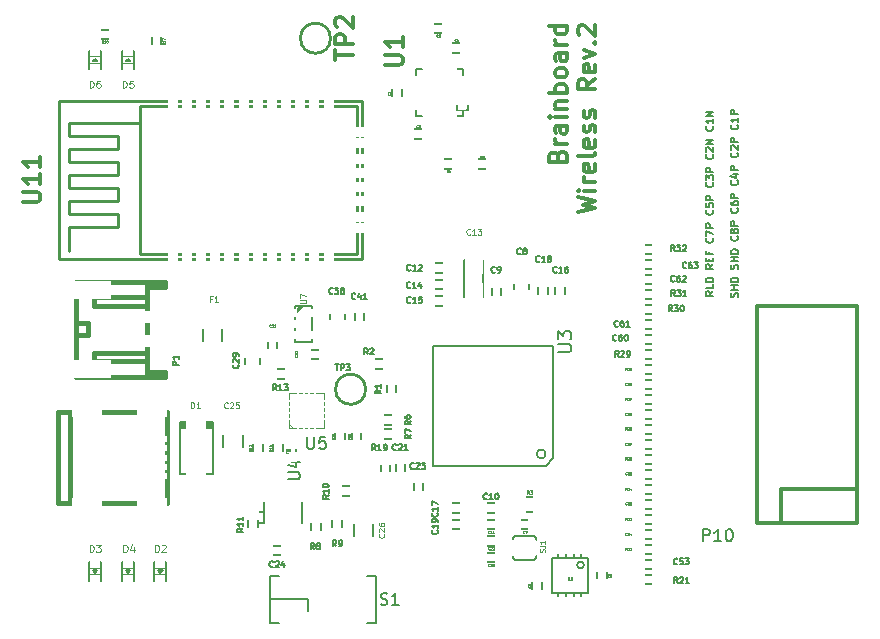
<source format=gto>
G04 (created by PCBNEW (2013-05-31 BZR 4019)-stable) date 6/26/2014 4:14:42 PM*
%MOIN*%
G04 Gerber Fmt 3.4, Leading zero omitted, Abs format*
%FSLAX34Y34*%
G01*
G70*
G90*
G04 APERTURE LIST*
%ADD10C,0.00590551*%
%ADD11C,0.00625*%
%ADD12C,0.011811*%
%ADD13C,0.005*%
%ADD14C,0.015*%
%ADD15C,0.008*%
%ADD16C,0.0078*%
%ADD17C,0.01*%
%ADD18C,0.0019685*%
%ADD19C,0.012*%
%ADD20C,0.0024*%
%ADD21C,0.0047*%
%ADD22C,0.0016*%
%ADD23C,0.0012*%
%ADD24C,0.0035*%
%ADD25C,0.0039*%
%ADD26R,0.0181X0.0422*%
%ADD27R,0.0926X0.0217*%
%ADD28R,0.1004X0.0807*%
%ADD29C,0.0374*%
%ADD30R,0.073X0.065*%
%ADD31R,0.0374X0.0414*%
%ADD32R,0.0295X0.0335*%
%ADD33R,0.0334X0.0334*%
%ADD34C,0.057*%
%ADD35R,0.0264094X0.0500315*%
%ADD36R,0.027X0.052*%
%ADD37R,0.0295X0.0118*%
%ADD38R,0.0118X0.0295*%
%ADD39R,0.0414X0.0374*%
%ADD40R,0.062X0.0118*%
%ADD41R,0.0118X0.062*%
%ADD42R,0.1397X0.0412*%
%ADD43R,0.1397X0.0413*%
%ADD44R,0.1358X0.061*%
%ADD45R,0.1357X0.061*%
%ADD46R,0.0689X0.0847*%
%ADD47C,0.0807*%
%ADD48R,0.0414X0.0256*%
%ADD49R,0.0208976X0.0114488*%
%ADD50R,0.0114488X0.0208976*%
%ADD51R,0.0334961X0.0334961*%
%ADD52R,0.0334961X0.0571181*%
%ADD53R,0.0571181X0.0334961*%
%ADD54R,0.061X0.0532*%
%ADD55C,0.182*%
%ADD56O,0.0807402X0.0610551*%
%ADD57R,0.0807402X0.0610551*%
%ADD58R,0.0611X0.0788*%
%ADD59R,0.0532X0.061*%
G04 APERTURE END LIST*
G54D10*
G54D11*
X5011Y567D02*
X4892Y484D01*
X5011Y424D02*
X4761Y424D01*
X4761Y519D01*
X4773Y543D01*
X4785Y555D01*
X4808Y567D01*
X4844Y567D01*
X4868Y555D01*
X4880Y543D01*
X4892Y519D01*
X4892Y424D01*
X5011Y793D02*
X5011Y674D01*
X4761Y674D01*
X5011Y876D02*
X4761Y876D01*
X4761Y936D01*
X4773Y972D01*
X4796Y995D01*
X4820Y1007D01*
X4868Y1019D01*
X4904Y1019D01*
X4951Y1007D01*
X4975Y995D01*
X4999Y972D01*
X5011Y936D01*
X5011Y876D01*
X5011Y1460D02*
X4892Y1376D01*
X5011Y1317D02*
X4761Y1317D01*
X4761Y1412D01*
X4773Y1436D01*
X4785Y1448D01*
X4808Y1460D01*
X4844Y1460D01*
X4868Y1448D01*
X4880Y1436D01*
X4892Y1412D01*
X4892Y1317D01*
X4880Y1567D02*
X4880Y1650D01*
X5011Y1686D02*
X5011Y1567D01*
X4761Y1567D01*
X4761Y1686D01*
X4880Y1876D02*
X4880Y1793D01*
X5011Y1793D02*
X4761Y1793D01*
X4761Y1912D01*
X4987Y2341D02*
X4999Y2329D01*
X5011Y2293D01*
X5011Y2269D01*
X4999Y2234D01*
X4975Y2210D01*
X4951Y2198D01*
X4904Y2186D01*
X4868Y2186D01*
X4820Y2198D01*
X4796Y2210D01*
X4773Y2234D01*
X4761Y2269D01*
X4761Y2293D01*
X4773Y2329D01*
X4785Y2341D01*
X4761Y2424D02*
X4761Y2591D01*
X5011Y2484D01*
X5011Y2686D02*
X4761Y2686D01*
X4761Y2781D01*
X4773Y2805D01*
X4785Y2817D01*
X4808Y2829D01*
X4844Y2829D01*
X4868Y2817D01*
X4880Y2805D01*
X4892Y2781D01*
X4892Y2686D01*
X4987Y3269D02*
X4999Y3257D01*
X5011Y3222D01*
X5011Y3198D01*
X4999Y3162D01*
X4975Y3138D01*
X4951Y3126D01*
X4904Y3115D01*
X4868Y3115D01*
X4820Y3126D01*
X4796Y3138D01*
X4773Y3162D01*
X4761Y3198D01*
X4761Y3222D01*
X4773Y3257D01*
X4785Y3269D01*
X4761Y3495D02*
X4761Y3376D01*
X4880Y3365D01*
X4868Y3376D01*
X4856Y3400D01*
X4856Y3460D01*
X4868Y3484D01*
X4880Y3495D01*
X4904Y3507D01*
X4963Y3507D01*
X4987Y3495D01*
X4999Y3484D01*
X5011Y3460D01*
X5011Y3400D01*
X4999Y3376D01*
X4987Y3365D01*
X5011Y3615D02*
X4761Y3615D01*
X4761Y3710D01*
X4773Y3734D01*
X4785Y3745D01*
X4808Y3757D01*
X4844Y3757D01*
X4868Y3745D01*
X4880Y3734D01*
X4892Y3710D01*
X4892Y3615D01*
X4987Y4198D02*
X4999Y4186D01*
X5011Y4150D01*
X5011Y4126D01*
X4999Y4091D01*
X4975Y4067D01*
X4951Y4055D01*
X4904Y4043D01*
X4868Y4043D01*
X4820Y4055D01*
X4796Y4067D01*
X4773Y4091D01*
X4761Y4126D01*
X4761Y4150D01*
X4773Y4186D01*
X4785Y4198D01*
X4761Y4281D02*
X4761Y4436D01*
X4856Y4353D01*
X4856Y4388D01*
X4868Y4412D01*
X4880Y4424D01*
X4904Y4436D01*
X4963Y4436D01*
X4987Y4424D01*
X4999Y4412D01*
X5011Y4388D01*
X5011Y4317D01*
X4999Y4293D01*
X4987Y4281D01*
X5011Y4543D02*
X4761Y4543D01*
X4761Y4638D01*
X4773Y4662D01*
X4785Y4674D01*
X4808Y4686D01*
X4844Y4686D01*
X4868Y4674D01*
X4880Y4662D01*
X4892Y4638D01*
X4892Y4543D01*
X4987Y5126D02*
X4999Y5115D01*
X5011Y5079D01*
X5011Y5055D01*
X4999Y5019D01*
X4975Y4995D01*
X4951Y4984D01*
X4904Y4972D01*
X4868Y4972D01*
X4820Y4984D01*
X4796Y4995D01*
X4773Y5019D01*
X4761Y5055D01*
X4761Y5079D01*
X4773Y5115D01*
X4785Y5126D01*
X4785Y5222D02*
X4773Y5234D01*
X4761Y5257D01*
X4761Y5317D01*
X4773Y5341D01*
X4785Y5353D01*
X4808Y5365D01*
X4832Y5365D01*
X4868Y5353D01*
X5011Y5210D01*
X5011Y5365D01*
X5011Y5472D02*
X4761Y5472D01*
X5011Y5615D01*
X4761Y5615D01*
X4987Y6067D02*
X4999Y6055D01*
X5011Y6019D01*
X5011Y5995D01*
X4999Y5960D01*
X4975Y5936D01*
X4951Y5924D01*
X4904Y5912D01*
X4868Y5912D01*
X4820Y5924D01*
X4796Y5936D01*
X4773Y5960D01*
X4761Y5995D01*
X4761Y6019D01*
X4773Y6055D01*
X4785Y6067D01*
X5011Y6305D02*
X5011Y6162D01*
X5011Y6234D02*
X4761Y6234D01*
X4796Y6210D01*
X4820Y6186D01*
X4832Y6162D01*
X5011Y6412D02*
X4761Y6412D01*
X5011Y6555D01*
X4761Y6555D01*
X5824Y370D02*
X5836Y406D01*
X5836Y466D01*
X5824Y489D01*
X5812Y501D01*
X5788Y513D01*
X5764Y513D01*
X5740Y501D01*
X5729Y489D01*
X5717Y466D01*
X5705Y418D01*
X5693Y394D01*
X5681Y382D01*
X5657Y370D01*
X5633Y370D01*
X5610Y382D01*
X5598Y394D01*
X5586Y418D01*
X5586Y478D01*
X5598Y513D01*
X5836Y620D02*
X5586Y620D01*
X5705Y620D02*
X5705Y763D01*
X5836Y763D02*
X5586Y763D01*
X5836Y882D02*
X5586Y882D01*
X5586Y942D01*
X5598Y978D01*
X5621Y1001D01*
X5645Y1013D01*
X5693Y1025D01*
X5729Y1025D01*
X5776Y1013D01*
X5800Y1001D01*
X5824Y978D01*
X5836Y942D01*
X5836Y882D01*
X5824Y1311D02*
X5836Y1347D01*
X5836Y1406D01*
X5824Y1430D01*
X5812Y1442D01*
X5788Y1454D01*
X5764Y1454D01*
X5740Y1442D01*
X5729Y1430D01*
X5717Y1406D01*
X5705Y1359D01*
X5693Y1335D01*
X5681Y1323D01*
X5657Y1311D01*
X5633Y1311D01*
X5610Y1323D01*
X5598Y1335D01*
X5586Y1359D01*
X5586Y1418D01*
X5598Y1454D01*
X5836Y1561D02*
X5586Y1561D01*
X5705Y1561D02*
X5705Y1704D01*
X5836Y1704D02*
X5586Y1704D01*
X5836Y1823D02*
X5586Y1823D01*
X5586Y1882D01*
X5598Y1918D01*
X5621Y1942D01*
X5645Y1954D01*
X5693Y1966D01*
X5729Y1966D01*
X5776Y1954D01*
X5800Y1942D01*
X5824Y1918D01*
X5836Y1882D01*
X5836Y1823D01*
X5812Y2406D02*
X5824Y2394D01*
X5836Y2359D01*
X5836Y2335D01*
X5824Y2299D01*
X5800Y2275D01*
X5776Y2263D01*
X5729Y2251D01*
X5693Y2251D01*
X5645Y2263D01*
X5621Y2275D01*
X5598Y2299D01*
X5586Y2335D01*
X5586Y2359D01*
X5598Y2394D01*
X5610Y2406D01*
X5693Y2549D02*
X5681Y2525D01*
X5669Y2513D01*
X5645Y2501D01*
X5633Y2501D01*
X5610Y2513D01*
X5598Y2525D01*
X5586Y2549D01*
X5586Y2597D01*
X5598Y2620D01*
X5610Y2632D01*
X5633Y2644D01*
X5645Y2644D01*
X5669Y2632D01*
X5681Y2620D01*
X5693Y2597D01*
X5693Y2549D01*
X5705Y2525D01*
X5717Y2513D01*
X5740Y2501D01*
X5788Y2501D01*
X5812Y2513D01*
X5824Y2525D01*
X5836Y2549D01*
X5836Y2597D01*
X5824Y2620D01*
X5812Y2632D01*
X5788Y2644D01*
X5740Y2644D01*
X5717Y2632D01*
X5705Y2620D01*
X5693Y2597D01*
X5836Y2751D02*
X5586Y2751D01*
X5586Y2847D01*
X5598Y2870D01*
X5610Y2882D01*
X5633Y2894D01*
X5669Y2894D01*
X5693Y2882D01*
X5705Y2870D01*
X5717Y2847D01*
X5717Y2751D01*
X5812Y3335D02*
X5824Y3323D01*
X5836Y3287D01*
X5836Y3263D01*
X5824Y3228D01*
X5800Y3204D01*
X5776Y3192D01*
X5729Y3180D01*
X5693Y3180D01*
X5645Y3192D01*
X5621Y3204D01*
X5598Y3228D01*
X5586Y3263D01*
X5586Y3287D01*
X5598Y3323D01*
X5610Y3335D01*
X5586Y3549D02*
X5586Y3501D01*
X5598Y3478D01*
X5610Y3466D01*
X5645Y3442D01*
X5693Y3430D01*
X5788Y3430D01*
X5812Y3442D01*
X5824Y3454D01*
X5836Y3478D01*
X5836Y3525D01*
X5824Y3549D01*
X5812Y3561D01*
X5788Y3573D01*
X5729Y3573D01*
X5705Y3561D01*
X5693Y3549D01*
X5681Y3525D01*
X5681Y3478D01*
X5693Y3454D01*
X5705Y3442D01*
X5729Y3430D01*
X5836Y3680D02*
X5586Y3680D01*
X5586Y3775D01*
X5598Y3799D01*
X5610Y3811D01*
X5633Y3823D01*
X5669Y3823D01*
X5693Y3811D01*
X5705Y3799D01*
X5717Y3775D01*
X5717Y3680D01*
X5812Y4263D02*
X5824Y4251D01*
X5836Y4216D01*
X5836Y4192D01*
X5824Y4156D01*
X5800Y4132D01*
X5776Y4120D01*
X5729Y4109D01*
X5693Y4109D01*
X5645Y4120D01*
X5621Y4132D01*
X5598Y4156D01*
X5586Y4192D01*
X5586Y4216D01*
X5598Y4251D01*
X5610Y4263D01*
X5669Y4478D02*
X5836Y4478D01*
X5574Y4418D02*
X5752Y4359D01*
X5752Y4513D01*
X5836Y4609D02*
X5586Y4609D01*
X5586Y4704D01*
X5598Y4728D01*
X5610Y4740D01*
X5633Y4751D01*
X5669Y4751D01*
X5693Y4740D01*
X5705Y4728D01*
X5717Y4704D01*
X5717Y4609D01*
X5812Y5192D02*
X5824Y5180D01*
X5836Y5144D01*
X5836Y5120D01*
X5824Y5085D01*
X5800Y5061D01*
X5776Y5049D01*
X5729Y5037D01*
X5693Y5037D01*
X5645Y5049D01*
X5621Y5061D01*
X5598Y5085D01*
X5586Y5120D01*
X5586Y5144D01*
X5598Y5180D01*
X5610Y5192D01*
X5610Y5287D02*
X5598Y5299D01*
X5586Y5323D01*
X5586Y5382D01*
X5598Y5406D01*
X5610Y5418D01*
X5633Y5430D01*
X5657Y5430D01*
X5693Y5418D01*
X5836Y5275D01*
X5836Y5430D01*
X5836Y5537D02*
X5586Y5537D01*
X5586Y5632D01*
X5598Y5656D01*
X5610Y5668D01*
X5633Y5680D01*
X5669Y5680D01*
X5693Y5668D01*
X5705Y5656D01*
X5717Y5632D01*
X5717Y5537D01*
X5812Y6120D02*
X5824Y6109D01*
X5836Y6073D01*
X5836Y6049D01*
X5824Y6013D01*
X5800Y5990D01*
X5776Y5978D01*
X5729Y5966D01*
X5693Y5966D01*
X5645Y5978D01*
X5621Y5990D01*
X5598Y6013D01*
X5586Y6049D01*
X5586Y6073D01*
X5598Y6109D01*
X5610Y6120D01*
X5836Y6359D02*
X5836Y6216D01*
X5836Y6287D02*
X5586Y6287D01*
X5621Y6263D01*
X5645Y6240D01*
X5657Y6216D01*
X5836Y6466D02*
X5586Y6466D01*
X5586Y6561D01*
X5598Y6585D01*
X5610Y6597D01*
X5633Y6609D01*
X5669Y6609D01*
X5693Y6597D01*
X5705Y6585D01*
X5717Y6561D01*
X5717Y6466D01*
G54D12*
X-170Y5078D02*
X-142Y5163D01*
X-114Y5191D01*
X-57Y5219D01*
X26Y5219D01*
X82Y5191D01*
X110Y5163D01*
X139Y5106D01*
X139Y4881D01*
X-451Y4881D01*
X-451Y5078D01*
X-423Y5134D01*
X-395Y5163D01*
X-339Y5191D01*
X-282Y5191D01*
X-226Y5163D01*
X-198Y5134D01*
X-170Y5078D01*
X-170Y4881D01*
X139Y5472D02*
X-254Y5472D01*
X-142Y5472D02*
X-198Y5500D01*
X-226Y5528D01*
X-254Y5584D01*
X-254Y5641D01*
X139Y6091D02*
X-170Y6091D01*
X-226Y6062D01*
X-254Y6006D01*
X-254Y5894D01*
X-226Y5837D01*
X110Y6091D02*
X139Y6034D01*
X139Y5894D01*
X110Y5837D01*
X54Y5809D01*
X-1Y5809D01*
X-57Y5837D01*
X-85Y5894D01*
X-85Y6034D01*
X-114Y6091D01*
X139Y6372D02*
X-254Y6372D01*
X-451Y6372D02*
X-423Y6344D01*
X-395Y6372D01*
X-423Y6400D01*
X-451Y6372D01*
X-395Y6372D01*
X-254Y6653D02*
X139Y6653D01*
X-198Y6653D02*
X-226Y6681D01*
X-254Y6737D01*
X-254Y6822D01*
X-226Y6878D01*
X-170Y6906D01*
X139Y6906D01*
X139Y7187D02*
X-451Y7187D01*
X-226Y7187D02*
X-254Y7244D01*
X-254Y7356D01*
X-226Y7412D01*
X-198Y7440D01*
X-142Y7469D01*
X26Y7469D01*
X82Y7440D01*
X110Y7412D01*
X139Y7356D01*
X139Y7244D01*
X110Y7187D01*
X139Y7806D02*
X110Y7750D01*
X82Y7722D01*
X26Y7693D01*
X-142Y7693D01*
X-198Y7722D01*
X-226Y7750D01*
X-254Y7806D01*
X-254Y7890D01*
X-226Y7947D01*
X-198Y7975D01*
X-142Y8003D01*
X26Y8003D01*
X82Y7975D01*
X110Y7947D01*
X139Y7890D01*
X139Y7806D01*
X139Y8509D02*
X-170Y8509D01*
X-226Y8481D01*
X-254Y8425D01*
X-254Y8312D01*
X-226Y8256D01*
X110Y8509D02*
X139Y8453D01*
X139Y8312D01*
X110Y8256D01*
X54Y8228D01*
X-1Y8228D01*
X-57Y8256D01*
X-85Y8312D01*
X-85Y8453D01*
X-114Y8509D01*
X139Y8790D02*
X-254Y8790D01*
X-142Y8790D02*
X-198Y8818D01*
X-226Y8846D01*
X-254Y8903D01*
X-254Y8959D01*
X139Y9409D02*
X-451Y9409D01*
X110Y9409D02*
X139Y9353D01*
X139Y9240D01*
X110Y9184D01*
X82Y9156D01*
X26Y9128D01*
X-142Y9128D01*
X-198Y9156D01*
X-226Y9184D01*
X-254Y9240D01*
X-254Y9353D01*
X-226Y9409D01*
X493Y3194D02*
X1083Y3335D01*
X662Y3447D01*
X1083Y3560D01*
X493Y3700D01*
X1083Y3925D02*
X690Y3925D01*
X493Y3925D02*
X521Y3897D01*
X549Y3925D01*
X521Y3953D01*
X493Y3925D01*
X549Y3925D01*
X1083Y4206D02*
X690Y4206D01*
X802Y4206D02*
X746Y4235D01*
X718Y4263D01*
X690Y4319D01*
X690Y4375D01*
X1055Y4797D02*
X1083Y4741D01*
X1083Y4628D01*
X1055Y4572D01*
X999Y4544D01*
X774Y4544D01*
X718Y4572D01*
X690Y4628D01*
X690Y4741D01*
X718Y4797D01*
X774Y4825D01*
X830Y4825D01*
X887Y4544D01*
X1083Y5163D02*
X1055Y5106D01*
X999Y5078D01*
X493Y5078D01*
X1055Y5612D02*
X1083Y5556D01*
X1083Y5444D01*
X1055Y5388D01*
X999Y5359D01*
X774Y5359D01*
X718Y5388D01*
X690Y5444D01*
X690Y5556D01*
X718Y5612D01*
X774Y5641D01*
X830Y5641D01*
X887Y5359D01*
X1055Y5866D02*
X1083Y5922D01*
X1083Y6034D01*
X1055Y6091D01*
X999Y6119D01*
X971Y6119D01*
X915Y6091D01*
X887Y6034D01*
X887Y5950D01*
X858Y5894D01*
X802Y5866D01*
X774Y5866D01*
X718Y5894D01*
X690Y5950D01*
X690Y6034D01*
X718Y6091D01*
X1055Y6344D02*
X1083Y6400D01*
X1083Y6512D01*
X1055Y6569D01*
X999Y6597D01*
X971Y6597D01*
X915Y6569D01*
X887Y6512D01*
X887Y6428D01*
X858Y6372D01*
X802Y6344D01*
X774Y6344D01*
X718Y6372D01*
X690Y6428D01*
X690Y6512D01*
X718Y6569D01*
X1083Y7637D02*
X802Y7440D01*
X1083Y7300D02*
X493Y7300D01*
X493Y7525D01*
X521Y7581D01*
X549Y7609D01*
X605Y7637D01*
X690Y7637D01*
X746Y7609D01*
X774Y7581D01*
X802Y7525D01*
X802Y7300D01*
X1055Y8115D02*
X1083Y8059D01*
X1083Y7947D01*
X1055Y7890D01*
X999Y7862D01*
X774Y7862D01*
X718Y7890D01*
X690Y7947D01*
X690Y8059D01*
X718Y8115D01*
X774Y8143D01*
X830Y8143D01*
X887Y7862D01*
X690Y8340D02*
X1083Y8481D01*
X690Y8621D01*
X1027Y8846D02*
X1055Y8875D01*
X1083Y8846D01*
X1055Y8818D01*
X1027Y8846D01*
X1083Y8846D01*
X549Y9100D02*
X521Y9128D01*
X493Y9184D01*
X493Y9325D01*
X521Y9381D01*
X549Y9409D01*
X605Y9437D01*
X662Y9437D01*
X746Y9409D01*
X1083Y9071D01*
X1083Y9437D01*
G54D13*
X100Y-9500D02*
X100Y-9860D01*
X360Y-9500D02*
X360Y-9860D01*
X610Y-9500D02*
X610Y-9860D01*
X-150Y-9500D02*
X-150Y-9860D01*
X-150Y-8320D02*
X-150Y-7960D01*
X100Y-8320D02*
X100Y-7960D01*
X610Y-8320D02*
X610Y-7960D01*
X360Y-8320D02*
X360Y-7960D01*
X695Y-8555D02*
G75*
G03X695Y-8555I-111J0D01*
G74*
G01*
X-361Y-9501D02*
X821Y-9501D01*
X821Y-9501D02*
X821Y-8319D01*
X821Y-8319D02*
X-361Y-8319D01*
X-361Y-8319D02*
X-361Y-9501D01*
G54D14*
X-16442Y-3459D02*
X-16442Y-6491D01*
X-16836Y-3459D02*
X-16836Y-6491D01*
X-16836Y-6491D02*
X-13214Y-6491D01*
X-13214Y-6491D02*
X-13214Y-3459D01*
X-13214Y-3459D02*
X-16836Y-3459D01*
G54D13*
X-11995Y-1350D02*
X-11355Y-1350D01*
X-11355Y-450D02*
X-11995Y-450D01*
X-11355Y-270D02*
X-11995Y-270D01*
X-11995Y-270D02*
X-11995Y-1530D01*
X-11995Y-1530D02*
X-11355Y-1530D01*
X-11355Y-1530D02*
X-11355Y-270D01*
X3075Y305D02*
X3075Y625D01*
X2635Y615D02*
X2635Y305D01*
X2535Y625D02*
X3175Y625D01*
X3175Y625D02*
X3175Y305D01*
X3175Y305D02*
X2535Y305D01*
X2535Y305D02*
X2535Y625D01*
X3075Y-1695D02*
X3075Y-1375D01*
X2635Y-1385D02*
X2635Y-1695D01*
X2535Y-1375D02*
X3175Y-1375D01*
X3175Y-1375D02*
X3175Y-1695D01*
X3175Y-1695D02*
X2535Y-1695D01*
X2535Y-1695D02*
X2535Y-1375D01*
X3075Y-2195D02*
X3075Y-1875D01*
X2635Y-1885D02*
X2635Y-2195D01*
X2535Y-1875D02*
X3175Y-1875D01*
X3175Y-1875D02*
X3175Y-2195D01*
X3175Y-2195D02*
X2535Y-2195D01*
X2535Y-2195D02*
X2535Y-1875D01*
X3075Y-3195D02*
X3075Y-2875D01*
X2635Y-2885D02*
X2635Y-3195D01*
X2535Y-2875D02*
X3175Y-2875D01*
X3175Y-2875D02*
X3175Y-3195D01*
X3175Y-3195D02*
X2535Y-3195D01*
X2535Y-3195D02*
X2535Y-2875D01*
X3075Y1805D02*
X3075Y2125D01*
X2635Y2115D02*
X2635Y1805D01*
X2535Y2125D02*
X3175Y2125D01*
X3175Y2125D02*
X3175Y1805D01*
X3175Y1805D02*
X2535Y1805D01*
X2535Y1805D02*
X2535Y2125D01*
X3075Y-195D02*
X3075Y125D01*
X2635Y115D02*
X2635Y-195D01*
X2535Y125D02*
X3175Y125D01*
X3175Y125D02*
X3175Y-195D01*
X3175Y-195D02*
X2535Y-195D01*
X2535Y-195D02*
X2535Y125D01*
X-7445Y-5940D02*
X-7445Y-6260D01*
X-7005Y-6250D02*
X-7005Y-5940D01*
X-6905Y-6260D02*
X-7545Y-6260D01*
X-7545Y-6260D02*
X-7545Y-5940D01*
X-7545Y-5940D02*
X-6905Y-5940D01*
X-6905Y-5940D02*
X-6905Y-6260D01*
X-9110Y-4620D02*
X-8890Y-4620D01*
X-9110Y-4880D02*
X-8890Y-4880D01*
X-9110Y-4960D02*
X-8890Y-4960D01*
X-8890Y-4960D02*
X-8890Y-4540D01*
X-8890Y-4540D02*
X-9110Y-4540D01*
X-9110Y-4540D02*
X-9110Y-4960D01*
X-15403Y8393D02*
X-15797Y8393D01*
X-15797Y8157D02*
X-15403Y8157D01*
X-15561Y8275D02*
X-15639Y8275D01*
X-15679Y8236D02*
X-15521Y8236D01*
X-15521Y8236D02*
X-15600Y8314D01*
X-15600Y8314D02*
X-15679Y8236D01*
X-15797Y7960D02*
X-15797Y8590D01*
X-15797Y8590D02*
X-15403Y8590D01*
X-15403Y8590D02*
X-15403Y7960D01*
X-15403Y7960D02*
X-15797Y7960D01*
X-14303Y8393D02*
X-14697Y8393D01*
X-14697Y8157D02*
X-14303Y8157D01*
X-14461Y8275D02*
X-14539Y8275D01*
X-14579Y8236D02*
X-14421Y8236D01*
X-14421Y8236D02*
X-14500Y8314D01*
X-14500Y8314D02*
X-14579Y8236D01*
X-14697Y7960D02*
X-14697Y8590D01*
X-14697Y8590D02*
X-14303Y8590D01*
X-14303Y8590D02*
X-14303Y7960D01*
X-14303Y7960D02*
X-14697Y7960D01*
X-15797Y-8893D02*
X-15403Y-8893D01*
X-15403Y-8657D02*
X-15797Y-8657D01*
X-15639Y-8775D02*
X-15561Y-8775D01*
X-15521Y-8736D02*
X-15679Y-8736D01*
X-15679Y-8736D02*
X-15600Y-8814D01*
X-15600Y-8814D02*
X-15521Y-8736D01*
X-15403Y-8460D02*
X-15403Y-9090D01*
X-15403Y-9090D02*
X-15797Y-9090D01*
X-15797Y-9090D02*
X-15797Y-8460D01*
X-15797Y-8460D02*
X-15403Y-8460D01*
X-14697Y-8893D02*
X-14303Y-8893D01*
X-14303Y-8657D02*
X-14697Y-8657D01*
X-14539Y-8775D02*
X-14461Y-8775D01*
X-14421Y-8736D02*
X-14579Y-8736D01*
X-14579Y-8736D02*
X-14500Y-8814D01*
X-14500Y-8814D02*
X-14421Y-8736D01*
X-14303Y-8460D02*
X-14303Y-9090D01*
X-14303Y-9090D02*
X-14697Y-9090D01*
X-14697Y-9090D02*
X-14697Y-8460D01*
X-14697Y-8460D02*
X-14303Y-8460D01*
G54D10*
X-9771Y-9700D02*
X-8492Y-9700D01*
X-8492Y-9700D02*
X-8492Y-10093D01*
X-6228Y-10487D02*
X-6523Y-10487D01*
X-6228Y-8912D02*
X-6523Y-8912D01*
X-9771Y-10487D02*
X-9476Y-10487D01*
X-9771Y-8912D02*
X-9476Y-8912D01*
X-9771Y-9700D02*
X-9771Y-8912D01*
X-6228Y-8912D02*
X-6228Y-9700D01*
X-6228Y-9700D02*
X-6228Y-10487D01*
X-9771Y-10487D02*
X-9771Y-9700D01*
G54D13*
X2635Y-375D02*
X2635Y-695D01*
X3075Y-685D02*
X3075Y-375D01*
X3175Y-695D02*
X2535Y-695D01*
X2535Y-695D02*
X2535Y-375D01*
X2535Y-375D02*
X3175Y-375D01*
X3175Y-375D02*
X3175Y-695D01*
X2635Y1625D02*
X2635Y1305D01*
X3075Y1315D02*
X3075Y1625D01*
X3175Y1305D02*
X2535Y1305D01*
X2535Y1305D02*
X2535Y1625D01*
X2535Y1625D02*
X3175Y1625D01*
X3175Y1625D02*
X3175Y1305D01*
X2635Y1125D02*
X2635Y805D01*
X3075Y815D02*
X3075Y1125D01*
X3175Y805D02*
X2535Y805D01*
X2535Y805D02*
X2535Y1125D01*
X2535Y1125D02*
X3175Y1125D01*
X3175Y1125D02*
X3175Y805D01*
X2635Y-875D02*
X2635Y-1195D01*
X3075Y-1185D02*
X3075Y-875D01*
X3175Y-1195D02*
X2535Y-1195D01*
X2535Y-1195D02*
X2535Y-875D01*
X2535Y-875D02*
X3175Y-875D01*
X3175Y-875D02*
X3175Y-1195D01*
X2635Y-2375D02*
X2635Y-2695D01*
X3075Y-2685D02*
X3075Y-2375D01*
X3175Y-2695D02*
X2535Y-2695D01*
X2535Y-2695D02*
X2535Y-2375D01*
X2535Y-2375D02*
X3175Y-2375D01*
X3175Y-2375D02*
X3175Y-2695D01*
X2635Y-3375D02*
X2635Y-3695D01*
X3075Y-3685D02*
X3075Y-3375D01*
X3175Y-3695D02*
X2535Y-3695D01*
X2535Y-3695D02*
X2535Y-3375D01*
X2535Y-3375D02*
X3175Y-3375D01*
X3175Y-3375D02*
X3175Y-3695D01*
X2635Y-4375D02*
X2635Y-4695D01*
X3075Y-4685D02*
X3075Y-4375D01*
X3175Y-4695D02*
X2535Y-4695D01*
X2535Y-4695D02*
X2535Y-4375D01*
X2535Y-4375D02*
X3175Y-4375D01*
X3175Y-4375D02*
X3175Y-4695D01*
G54D10*
X-9954Y-6800D02*
X-10151Y-6800D01*
X-10151Y-6800D02*
X-10151Y-7154D01*
X-10151Y-7154D02*
X-9954Y-7154D01*
X-8695Y-7154D02*
X-8695Y-6445D01*
X-9954Y-7154D02*
X-9954Y-6445D01*
G54D13*
X-4610Y5645D02*
X-4610Y5965D01*
X-5050Y5955D02*
X-5050Y5645D01*
X-5150Y5965D02*
X-4510Y5965D01*
X-4510Y5965D02*
X-4510Y5645D01*
X-4510Y5645D02*
X-5150Y5645D01*
X-5150Y5645D02*
X-5150Y5965D01*
G54D15*
X-966Y-8383D02*
X-1594Y-8383D01*
X-1594Y-7597D02*
X-966Y-7597D01*
X-887Y-7714D02*
G75*
G03X-965Y-7597I-97J19D01*
G74*
G01*
X-1594Y-7596D02*
G75*
G03X-1673Y-7714I19J-98D01*
G74*
G01*
X-1672Y-8265D02*
G75*
G03X-1594Y-8382I97J-19D01*
G74*
G01*
X-965Y-8383D02*
G75*
G03X-886Y-8265I-19J98D01*
G74*
G01*
G54D16*
X-4892Y6393D02*
X-4892Y6600D01*
X-4892Y7760D02*
X-4892Y7967D01*
X-4892Y7967D02*
X-4685Y7967D01*
X-3525Y7967D02*
X-3318Y7967D01*
X-3318Y6393D02*
X-3318Y6600D01*
X-3318Y7760D02*
X-3318Y7967D01*
X-4892Y6393D02*
X-4685Y6393D01*
X-3525Y6393D02*
X-3318Y6393D01*
X-3535Y6610D02*
X-3535Y6777D01*
X-3180Y6600D02*
X-3180Y6777D01*
X-3525Y6600D02*
X-3180Y6600D01*
G54D13*
X-7690Y-7400D02*
X-7370Y-7400D01*
X-7380Y-6960D02*
X-7690Y-6960D01*
X-7370Y-6860D02*
X-7370Y-7500D01*
X-7370Y-7500D02*
X-7690Y-7500D01*
X-7690Y-7500D02*
X-7690Y-6860D01*
X-7690Y-6860D02*
X-7370Y-6860D01*
X3075Y-9195D02*
X3075Y-8875D01*
X2635Y-8885D02*
X2635Y-9195D01*
X2535Y-8875D02*
X3175Y-8875D01*
X3175Y-8875D02*
X3175Y-9195D01*
X3175Y-9195D02*
X2535Y-9195D01*
X2535Y-9195D02*
X2535Y-8875D01*
X-9340Y-4430D02*
X-9660Y-4430D01*
X-9650Y-4870D02*
X-9340Y-4870D01*
X-9660Y-4970D02*
X-9660Y-4330D01*
X-9660Y-4330D02*
X-9340Y-4330D01*
X-9340Y-4330D02*
X-9340Y-4970D01*
X-9340Y-4970D02*
X-9660Y-4970D01*
X-15495Y9285D02*
X-15495Y8965D01*
X-15055Y8975D02*
X-15055Y9285D01*
X-14955Y8965D02*
X-15595Y8965D01*
X-15595Y8965D02*
X-15595Y9285D01*
X-15595Y9285D02*
X-14955Y9285D01*
X-14955Y9285D02*
X-14955Y8965D01*
X-13710Y8680D02*
X-13390Y8680D01*
X-13400Y9120D02*
X-13710Y9120D01*
X-13390Y9220D02*
X-13390Y8580D01*
X-13390Y8580D02*
X-13710Y8580D01*
X-13710Y8580D02*
X-13710Y9220D01*
X-13710Y9220D02*
X-13390Y9220D01*
X-7265Y-4055D02*
X-7585Y-4055D01*
X-7575Y-4495D02*
X-7265Y-4495D01*
X-7585Y-4595D02*
X-7585Y-3955D01*
X-7585Y-3955D02*
X-7265Y-3955D01*
X-7265Y-3955D02*
X-7265Y-4595D01*
X-7265Y-4595D02*
X-7585Y-4595D01*
X-6715Y-4055D02*
X-7035Y-4055D01*
X-7025Y-4495D02*
X-6715Y-4495D01*
X-7035Y-4595D02*
X-7035Y-3955D01*
X-7035Y-3955D02*
X-6715Y-3955D01*
X-6715Y-3955D02*
X-6715Y-4595D01*
X-6715Y-4595D02*
X-7035Y-4595D01*
X-10010Y-4430D02*
X-10330Y-4430D01*
X-10320Y-4870D02*
X-10010Y-4870D01*
X-10330Y-4970D02*
X-10330Y-4330D01*
X-10330Y-4330D02*
X-10010Y-4330D01*
X-10010Y-4330D02*
X-10010Y-4970D01*
X-10010Y-4970D02*
X-10330Y-4970D01*
X-10165Y-6980D02*
X-10485Y-6980D01*
X-10475Y-7420D02*
X-10165Y-7420D01*
X-10485Y-7520D02*
X-10485Y-6880D01*
X-10485Y-6880D02*
X-10165Y-6880D01*
X-10165Y-6880D02*
X-10165Y-7520D01*
X-10165Y-7520D02*
X-10485Y-7520D01*
X-9180Y-2360D02*
X-9180Y-2040D01*
X-9620Y-2050D02*
X-9620Y-2360D01*
X-9720Y-2040D02*
X-9080Y-2040D01*
X-9080Y-2040D02*
X-9080Y-2360D01*
X-9080Y-2360D02*
X-9720Y-2360D01*
X-9720Y-2360D02*
X-9720Y-2040D01*
X3075Y-6195D02*
X3075Y-5875D01*
X2635Y-5885D02*
X2635Y-6195D01*
X2535Y-5875D02*
X3175Y-5875D01*
X3175Y-5875D02*
X3175Y-6195D01*
X3175Y-6195D02*
X2535Y-6195D01*
X2535Y-6195D02*
X2535Y-5875D01*
X-6340Y-1700D02*
X-6340Y-2020D01*
X-5900Y-2010D02*
X-5900Y-1700D01*
X-5800Y-2020D02*
X-6440Y-2020D01*
X-6440Y-2020D02*
X-6440Y-1700D01*
X-6440Y-1700D02*
X-5800Y-1700D01*
X-5800Y-1700D02*
X-5800Y-2020D01*
X-5560Y-2460D02*
X-5880Y-2460D01*
X-5870Y-2900D02*
X-5560Y-2900D01*
X-5880Y-3000D02*
X-5880Y-2360D01*
X-5880Y-2360D02*
X-5560Y-2360D01*
X-5560Y-2360D02*
X-5560Y-3000D01*
X-5560Y-3000D02*
X-5880Y-3000D01*
X-8080Y-7060D02*
X-8400Y-7060D01*
X-8390Y-7500D02*
X-8080Y-7500D01*
X-8400Y-7600D02*
X-8400Y-6960D01*
X-8400Y-6960D02*
X-8080Y-6960D01*
X-8080Y-6960D02*
X-8080Y-7600D01*
X-8080Y-7600D02*
X-8400Y-7600D01*
G54D15*
X-577Y-4853D02*
G75*
G03X-577Y-4853I-150J0D01*
G74*
G01*
X-4327Y-1253D02*
X-4327Y-5253D01*
X-4327Y-5253D02*
X-577Y-5253D01*
X-577Y-5253D02*
X-327Y-5003D01*
X-327Y-5003D02*
X-327Y-1253D01*
X-327Y-1253D02*
X-4327Y-1253D01*
G54D14*
X-16231Y875D02*
X-13278Y875D01*
X-13278Y-2275D02*
X-16231Y-2275D01*
X-13278Y-2275D02*
X-13278Y-2117D01*
X-13869Y-2196D02*
X-13278Y-2196D01*
X-13278Y-2117D02*
X-13869Y-2117D01*
X-13278Y796D02*
X-13869Y796D01*
X-13869Y717D02*
X-13278Y717D01*
X-13278Y717D02*
X-13278Y875D01*
X-16231Y-503D02*
X-15837Y-503D01*
X-15837Y-503D02*
X-15837Y-897D01*
X-15837Y-897D02*
X-16231Y-897D01*
X-13869Y87D02*
X-15640Y87D01*
X-15640Y87D02*
X-15640Y363D01*
X-15640Y363D02*
X-13869Y363D01*
X-13869Y-1487D02*
X-15640Y-1487D01*
X-15640Y-1487D02*
X-15640Y-1763D01*
X-15640Y-1763D02*
X-13869Y-1763D01*
X-16231Y875D02*
X-16231Y-2275D01*
X-13869Y-2275D02*
X-13869Y875D01*
X-16231Y-188D02*
X-16231Y-70D01*
G54D13*
X3075Y-8195D02*
X3075Y-7875D01*
X2635Y-7885D02*
X2635Y-8195D01*
X2535Y-7875D02*
X3175Y-7875D01*
X3175Y-7875D02*
X3175Y-8195D01*
X3175Y-8195D02*
X2535Y-8195D01*
X2535Y-8195D02*
X2535Y-7875D01*
X3075Y-7195D02*
X3075Y-6875D01*
X2635Y-6885D02*
X2635Y-7195D01*
X2535Y-6875D02*
X3175Y-6875D01*
X3175Y-6875D02*
X3175Y-7195D01*
X3175Y-7195D02*
X2535Y-7195D01*
X2535Y-7195D02*
X2535Y-6875D01*
X-11674Y-3823D02*
X-12776Y-3823D01*
X-12776Y-3863D02*
X-11674Y-3863D01*
X-11674Y-3902D02*
X-12776Y-3902D01*
X-12776Y-3941D02*
X-11674Y-3941D01*
X-12776Y-3981D02*
X-11674Y-3981D01*
X-12776Y-3784D02*
X-12776Y-5516D01*
X-12776Y-5516D02*
X-11674Y-5516D01*
X-11674Y-5516D02*
X-11674Y-3784D01*
X-11674Y-3784D02*
X-12776Y-3784D01*
X-13622Y-8893D02*
X-13228Y-8893D01*
X-13228Y-8657D02*
X-13622Y-8657D01*
X-13464Y-8775D02*
X-13386Y-8775D01*
X-13346Y-8736D02*
X-13504Y-8736D01*
X-13504Y-8736D02*
X-13425Y-8814D01*
X-13425Y-8814D02*
X-13346Y-8736D01*
X-13228Y-8460D02*
X-13228Y-9090D01*
X-13228Y-9090D02*
X-13622Y-9090D01*
X-13622Y-9090D02*
X-13622Y-8460D01*
X-13622Y-8460D02*
X-13228Y-8460D01*
G54D17*
X-7030Y-2700D02*
G75*
G03X-7030Y-2700I-50J0D01*
G74*
G01*
X-6577Y-2700D02*
G75*
G03X-6577Y-2700I-502J0D01*
G74*
G01*
G54D13*
X-8925Y-195D02*
X-8670Y60D01*
X-8925Y-135D02*
X-8730Y60D01*
X-8375Y-905D02*
X-8115Y-905D01*
X-8375Y-155D02*
X-8115Y-155D01*
X-8925Y-530D02*
X-9185Y-530D01*
X-8925Y-905D02*
X-9185Y-905D01*
X-8925Y-155D02*
X-9185Y-155D01*
X-8375Y60D02*
X-8375Y-1120D01*
X-8375Y-1120D02*
X-8925Y-1120D01*
X-8925Y-1120D02*
X-8925Y60D01*
X-8925Y60D02*
X-8375Y60D01*
G54D18*
X-9002Y-3990D02*
X-9140Y-3852D01*
X-9140Y-3990D02*
X-9140Y-2809D01*
X-9140Y-2809D02*
X-7959Y-2809D01*
X-7959Y-2809D02*
X-7959Y-3990D01*
X-7959Y-3990D02*
X-9140Y-3990D01*
G54D17*
X-14820Y3133D02*
X-14820Y2700D01*
X-16474Y3566D02*
X-16474Y3133D01*
X-16474Y3133D02*
X-14820Y3133D01*
X-16474Y3566D02*
X-14820Y3566D01*
X-16474Y2700D02*
X-14820Y2700D01*
X-16474Y2700D02*
X-16474Y1912D01*
X-14820Y3999D02*
X-14820Y3566D01*
X-16474Y4432D02*
X-16474Y3999D01*
X-16474Y3999D02*
X-14820Y3999D01*
X-16474Y4432D02*
X-14820Y4432D01*
X-16474Y5298D02*
X-14820Y5298D01*
X-16474Y4865D02*
X-14820Y4865D01*
X-16474Y5298D02*
X-16474Y4865D01*
X-14820Y4865D02*
X-14820Y4432D01*
X-14820Y5731D02*
X-14820Y5298D01*
X-14112Y6164D02*
X-16474Y6164D01*
X-16474Y6164D02*
X-16474Y5731D01*
X-16474Y5731D02*
X-14820Y5731D01*
X-16789Y1637D02*
X-16789Y6912D01*
X-16789Y6912D02*
X-6710Y6912D01*
X-6710Y1637D02*
X-6710Y6912D01*
X-16789Y1637D02*
X-6710Y1637D01*
X-14112Y1794D02*
X-14112Y6755D01*
X-14112Y6755D02*
X-6868Y6755D01*
X-6868Y1794D02*
X-6868Y6755D01*
X-14112Y1794D02*
X-6868Y1794D01*
G54D13*
X2635Y-7375D02*
X2635Y-7695D01*
X3075Y-7685D02*
X3075Y-7375D01*
X3175Y-7695D02*
X2535Y-7695D01*
X2535Y-7695D02*
X2535Y-7375D01*
X2535Y-7375D02*
X3175Y-7375D01*
X3175Y-7375D02*
X3175Y-7695D01*
X-6627Y-67D02*
X-6947Y-67D01*
X-6937Y-507D02*
X-6627Y-507D01*
X-6947Y-607D02*
X-6947Y32D01*
X-6947Y32D02*
X-6627Y32D01*
X-6627Y32D02*
X-6627Y-607D01*
X-6627Y-607D02*
X-6947Y-607D01*
X-7770Y-40D02*
X-7270Y-40D01*
X-7770Y-540D02*
X-7280Y-540D01*
X-7770Y-690D02*
X-7770Y110D01*
X-7770Y110D02*
X-7270Y110D01*
X-7270Y110D02*
X-7270Y-690D01*
X-7270Y-690D02*
X-7770Y-690D01*
X2635Y-8375D02*
X2635Y-8695D01*
X3075Y-8685D02*
X3075Y-8375D01*
X3175Y-8695D02*
X2535Y-8695D01*
X2535Y-8695D02*
X2535Y-8375D01*
X2535Y-8375D02*
X3175Y-8375D01*
X3175Y-8375D02*
X3175Y-8695D01*
X3075Y-4195D02*
X3075Y-3875D01*
X2635Y-3885D02*
X2635Y-4195D01*
X2535Y-3875D02*
X3175Y-3875D01*
X3175Y-3875D02*
X3175Y-4195D01*
X3175Y-4195D02*
X2535Y-4195D01*
X2535Y-4195D02*
X2535Y-3875D01*
X3075Y-5195D02*
X3075Y-4875D01*
X2635Y-4885D02*
X2635Y-5195D01*
X2535Y-4875D02*
X3175Y-4875D01*
X3175Y-4875D02*
X3175Y-5195D01*
X3175Y-5195D02*
X2535Y-5195D01*
X2535Y-5195D02*
X2535Y-4875D01*
X-2615Y-8150D02*
X-2615Y-8470D01*
X-2175Y-8460D02*
X-2175Y-8150D01*
X-2075Y-8470D02*
X-2715Y-8470D01*
X-2715Y-8470D02*
X-2715Y-8150D01*
X-2715Y-8150D02*
X-2075Y-8150D01*
X-2075Y-8150D02*
X-2075Y-8470D01*
X-5260Y-5115D02*
X-5580Y-5115D01*
X-5570Y-5555D02*
X-5260Y-5555D01*
X-5580Y-5655D02*
X-5580Y-5015D01*
X-5580Y-5015D02*
X-5260Y-5015D01*
X-5260Y-5015D02*
X-5260Y-5655D01*
X-5260Y-5655D02*
X-5580Y-5655D01*
X-2615Y-7600D02*
X-2615Y-7920D01*
X-2175Y-7910D02*
X-2175Y-7600D01*
X-2075Y-7920D02*
X-2715Y-7920D01*
X-2715Y-7920D02*
X-2715Y-7600D01*
X-2715Y-7600D02*
X-2075Y-7600D01*
X-2075Y-7600D02*
X-2075Y-7920D01*
X-4980Y-6180D02*
X-4660Y-6180D01*
X-4670Y-5740D02*
X-4980Y-5740D01*
X-4660Y-5640D02*
X-4660Y-6280D01*
X-4660Y-6280D02*
X-4980Y-6280D01*
X-4980Y-6280D02*
X-4980Y-5640D01*
X-4980Y-5640D02*
X-4660Y-5640D01*
X-9745Y-7915D02*
X-9745Y-8235D01*
X-9305Y-8225D02*
X-9305Y-7915D01*
X-9205Y-8235D02*
X-9845Y-8235D01*
X-9845Y-8235D02*
X-9845Y-7915D01*
X-9845Y-7915D02*
X-9205Y-7915D01*
X-9205Y-7915D02*
X-9205Y-8235D01*
X-1500Y-7050D02*
X-1500Y-7370D01*
X-1060Y-7360D02*
X-1060Y-7050D01*
X-960Y-7370D02*
X-1600Y-7370D01*
X-1600Y-7370D02*
X-1600Y-7050D01*
X-1600Y-7050D02*
X-960Y-7050D01*
X-960Y-7050D02*
X-960Y-7370D01*
X-2380Y320D02*
X-2060Y320D01*
X-2070Y760D02*
X-2380Y760D01*
X-2060Y860D02*
X-2060Y220D01*
X-2060Y220D02*
X-2380Y220D01*
X-2380Y220D02*
X-2380Y860D01*
X-2380Y860D02*
X-2060Y860D01*
X-4340Y950D02*
X-4340Y630D01*
X-3900Y640D02*
X-3900Y950D01*
X-3800Y630D02*
X-4440Y630D01*
X-4440Y630D02*
X-4440Y950D01*
X-4440Y950D02*
X-3800Y950D01*
X-3800Y950D02*
X-3800Y630D01*
X-2615Y-6500D02*
X-2615Y-6820D01*
X-2175Y-6810D02*
X-2175Y-6500D01*
X-2075Y-6820D02*
X-2715Y-6820D01*
X-2715Y-6820D02*
X-2715Y-6500D01*
X-2715Y-6500D02*
X-2075Y-6500D01*
X-2075Y-6500D02*
X-2075Y-6820D01*
X1145Y-9130D02*
X1465Y-9130D01*
X1455Y-8690D02*
X1145Y-8690D01*
X1465Y-8590D02*
X1465Y-9230D01*
X1465Y-9230D02*
X1145Y-9230D01*
X1145Y-9230D02*
X1145Y-8590D01*
X1145Y-8590D02*
X1465Y-8590D01*
X-3335Y8520D02*
X-3335Y8840D01*
X-3775Y8830D02*
X-3775Y8520D01*
X-3875Y8840D02*
X-3235Y8840D01*
X-3235Y8840D02*
X-3235Y8520D01*
X-3235Y8520D02*
X-3875Y8520D01*
X-3875Y8520D02*
X-3875Y8840D01*
X-9527Y-1017D02*
X-9847Y-1017D01*
X-9837Y-1457D02*
X-9527Y-1457D01*
X-9847Y-1557D02*
X-9847Y-917D01*
X-9847Y-917D02*
X-9527Y-917D01*
X-9527Y-917D02*
X-9527Y-1557D01*
X-9527Y-1557D02*
X-9847Y-1557D01*
X-4340Y400D02*
X-4340Y80D01*
X-3900Y90D02*
X-3900Y400D01*
X-3800Y80D02*
X-4440Y80D01*
X-4440Y80D02*
X-4440Y400D01*
X-4440Y400D02*
X-3800Y400D01*
X-3800Y400D02*
X-3800Y80D01*
X-5370Y7400D02*
X-5690Y7400D01*
X-5680Y6960D02*
X-5370Y6960D01*
X-5690Y6860D02*
X-5690Y7500D01*
X-5690Y7500D02*
X-5370Y7500D01*
X-5370Y7500D02*
X-5370Y6860D01*
X-5370Y6860D02*
X-5690Y6860D01*
X-2615Y-7050D02*
X-2615Y-7370D01*
X-2175Y-7360D02*
X-2175Y-7050D01*
X-2075Y-7370D02*
X-2715Y-7370D01*
X-2715Y-7370D02*
X-2715Y-7050D01*
X-2715Y-7050D02*
X-2075Y-7050D01*
X-2075Y-7050D02*
X-2075Y-7370D01*
X-700Y-9030D02*
X-1020Y-9030D01*
X-1010Y-9470D02*
X-700Y-9470D01*
X-1020Y-9570D02*
X-1020Y-8930D01*
X-1020Y-8930D02*
X-700Y-8930D01*
X-700Y-8930D02*
X-700Y-9570D01*
X-700Y-9570D02*
X-1020Y-9570D01*
X-3900Y1180D02*
X-3900Y1500D01*
X-4340Y1490D02*
X-4340Y1180D01*
X-4440Y1500D02*
X-3800Y1500D01*
X-3800Y1500D02*
X-3800Y1180D01*
X-3800Y1180D02*
X-4440Y1180D01*
X-4440Y1180D02*
X-4440Y1500D01*
X-10600Y-1525D02*
X-10100Y-1525D01*
X-10600Y-2025D02*
X-10110Y-2025D01*
X-10600Y-2175D02*
X-10600Y-1375D01*
X-10600Y-1375D02*
X-10100Y-1375D01*
X-10100Y-1375D02*
X-10100Y-2175D01*
X-10100Y-2175D02*
X-10600Y-2175D01*
X-8042Y-1697D02*
X-8042Y-1377D01*
X-8482Y-1387D02*
X-8482Y-1697D01*
X-8582Y-1377D02*
X-7942Y-1377D01*
X-7942Y-1377D02*
X-7942Y-1697D01*
X-7942Y-1697D02*
X-8582Y-1697D01*
X-8582Y-1697D02*
X-8582Y-1377D01*
X-830Y345D02*
X-510Y345D01*
X-520Y785D02*
X-830Y785D01*
X-510Y885D02*
X-510Y245D01*
X-510Y245D02*
X-830Y245D01*
X-830Y245D02*
X-830Y885D01*
X-830Y885D02*
X-510Y885D01*
X-3350Y-7370D02*
X-3350Y-7050D01*
X-3790Y-7060D02*
X-3790Y-7370D01*
X-3890Y-7050D02*
X-3250Y-7050D01*
X-3250Y-7050D02*
X-3250Y-7370D01*
X-3250Y-7370D02*
X-3890Y-7370D01*
X-3890Y-7370D02*
X-3890Y-7050D01*
X-255Y345D02*
X65Y345D01*
X55Y785D02*
X-255Y785D01*
X65Y885D02*
X65Y245D01*
X65Y245D02*
X-255Y245D01*
X-255Y245D02*
X-255Y885D01*
X-255Y885D02*
X65Y885D01*
X-3350Y-6820D02*
X-3350Y-6500D01*
X-3790Y-6510D02*
X-3790Y-6820D01*
X-3890Y-6500D02*
X-3250Y-6500D01*
X-3250Y-6500D02*
X-3250Y-6820D01*
X-3250Y-6820D02*
X-3890Y-6820D01*
X-3890Y-6820D02*
X-3890Y-6500D01*
G54D17*
X-8200Y9000D02*
G75*
G03X-8200Y9000I-50J0D01*
G74*
G01*
X-7747Y9000D02*
G75*
G03X-7747Y9000I-502J0D01*
G74*
G01*
G54D13*
X-1620Y965D02*
X-1120Y965D01*
X-1620Y465D02*
X-1130Y465D01*
X-1620Y315D02*
X-1620Y1115D01*
X-1620Y1115D02*
X-1120Y1115D01*
X-1120Y1115D02*
X-1120Y315D01*
X-1120Y315D02*
X-1620Y315D01*
X-4375Y9490D02*
X-4375Y9170D01*
X-3935Y9180D02*
X-3935Y9490D01*
X-3835Y9170D02*
X-4475Y9170D01*
X-4475Y9170D02*
X-4475Y9490D01*
X-4475Y9490D02*
X-3835Y9490D01*
X-3835Y9490D02*
X-3835Y9170D01*
X2635Y-6375D02*
X2635Y-6695D01*
X3075Y-6685D02*
X3075Y-6375D01*
X3175Y-6695D02*
X2535Y-6695D01*
X2535Y-6695D02*
X2535Y-6375D01*
X2535Y-6375D02*
X3175Y-6375D01*
X3175Y-6375D02*
X3175Y-6695D01*
X2635Y-5375D02*
X2635Y-5695D01*
X3075Y-5685D02*
X3075Y-5375D01*
X3175Y-5695D02*
X2535Y-5695D01*
X2535Y-5695D02*
X2535Y-5375D01*
X2535Y-5375D02*
X3175Y-5375D01*
X3175Y-5375D02*
X3175Y-5695D01*
G54D19*
X6467Y-7157D02*
X6467Y87D01*
X6467Y87D02*
X9814Y87D01*
X9814Y-7157D02*
X9814Y87D01*
X7255Y-7157D02*
X7255Y-6035D01*
X7255Y-6035D02*
X9814Y-6035D01*
X6467Y-7157D02*
X9814Y-7157D01*
G54D13*
X-10680Y-3975D02*
X-11320Y-3975D01*
X-11320Y-4875D02*
X-10680Y-4875D01*
X-11320Y-5055D02*
X-10680Y-5055D01*
X-10680Y-5055D02*
X-10680Y-3795D01*
X-10680Y-3795D02*
X-11320Y-3795D01*
X-11320Y-3795D02*
X-11320Y-5055D01*
X-6970Y-7850D02*
X-6330Y-7850D01*
X-6330Y-6950D02*
X-6970Y-6950D01*
X-6330Y-6770D02*
X-6970Y-6770D01*
X-6970Y-6770D02*
X-6970Y-8030D01*
X-6970Y-8030D02*
X-6330Y-8030D01*
X-6330Y-8030D02*
X-6330Y-6770D01*
X-3290Y540D02*
X-2650Y540D01*
X-2650Y1620D02*
X-3290Y1620D01*
X-3290Y1620D02*
X-3290Y360D01*
X-3290Y360D02*
X-2650Y360D01*
X-2650Y360D02*
X-2650Y1620D01*
X-870Y-6280D02*
X-870Y-6780D01*
X-1370Y-6280D02*
X-1370Y-6770D01*
X-1520Y-6280D02*
X-720Y-6280D01*
X-720Y-6280D02*
X-720Y-6780D01*
X-720Y-6780D02*
X-1520Y-6780D01*
X-1520Y-6780D02*
X-1520Y-6280D01*
X-4040Y4960D02*
X-4040Y4640D01*
X-3600Y4650D02*
X-3600Y4960D01*
X-3500Y4640D02*
X-4140Y4640D01*
X-4140Y4640D02*
X-4140Y4960D01*
X-4140Y4960D02*
X-3500Y4960D01*
X-3500Y4960D02*
X-3500Y4640D01*
X-2480Y4640D02*
X-2480Y4960D01*
X-2920Y4950D02*
X-2920Y4640D01*
X-3020Y4960D02*
X-2380Y4960D01*
X-2380Y4960D02*
X-2380Y4640D01*
X-2380Y4640D02*
X-3020Y4640D01*
X-3020Y4640D02*
X-3020Y4960D01*
X-5600Y-3890D02*
X-5600Y-3570D01*
X-6040Y-3580D02*
X-6040Y-3890D01*
X-6140Y-3570D02*
X-5500Y-3570D01*
X-5500Y-3570D02*
X-5500Y-3890D01*
X-5500Y-3890D02*
X-6140Y-3890D01*
X-6140Y-3890D02*
X-6140Y-3570D01*
X-5600Y-4350D02*
X-5600Y-4030D01*
X-6040Y-4040D02*
X-6040Y-4350D01*
X-6140Y-4030D02*
X-5500Y-4030D01*
X-5500Y-4030D02*
X-5500Y-4350D01*
X-5500Y-4350D02*
X-6140Y-4350D01*
X-6140Y-4350D02*
X-6140Y-4030D01*
X-5750Y-5120D02*
X-6070Y-5120D01*
X-6060Y-5560D02*
X-5750Y-5560D01*
X-6070Y-5660D02*
X-6070Y-5020D01*
X-6070Y-5020D02*
X-5750Y-5020D01*
X-5750Y-5020D02*
X-5750Y-5660D01*
X-5750Y-5660D02*
X-6070Y-5660D01*
G54D20*
X155Y-8969D02*
X155Y-9049D01*
X160Y-9058D01*
X164Y-9063D01*
X174Y-9067D01*
X192Y-9067D01*
X202Y-9063D01*
X206Y-9058D01*
X211Y-9049D01*
X211Y-8969D01*
X253Y-8979D02*
X258Y-8974D01*
X267Y-8969D01*
X290Y-8969D01*
X300Y-8974D01*
X304Y-8979D01*
X309Y-8988D01*
X309Y-8997D01*
X304Y-9011D01*
X248Y-9067D01*
X309Y-9067D01*
G54D21*
X-11705Y313D02*
X-11771Y313D01*
X-11771Y210D02*
X-11771Y407D01*
X-11677Y407D01*
X-11499Y210D02*
X-11611Y210D01*
X-11555Y210D02*
X-11555Y407D01*
X-11574Y379D01*
X-11593Y360D01*
X-11611Y350D01*
G54D13*
X3731Y409D02*
X3664Y504D01*
X3617Y409D02*
X3617Y609D01*
X3693Y609D01*
X3712Y599D01*
X3721Y590D01*
X3731Y570D01*
X3731Y542D01*
X3721Y523D01*
X3712Y513D01*
X3693Y504D01*
X3617Y504D01*
X3798Y609D02*
X3921Y609D01*
X3855Y532D01*
X3883Y532D01*
X3902Y523D01*
X3912Y513D01*
X3921Y494D01*
X3921Y447D01*
X3912Y428D01*
X3902Y418D01*
X3883Y409D01*
X3826Y409D01*
X3807Y418D01*
X3798Y428D01*
X4112Y409D02*
X3998Y409D01*
X4055Y409D02*
X4055Y609D01*
X4036Y580D01*
X4017Y561D01*
X3998Y551D01*
X1861Y-1620D02*
X1794Y-1525D01*
X1747Y-1620D02*
X1747Y-1420D01*
X1823Y-1420D01*
X1842Y-1430D01*
X1851Y-1440D01*
X1861Y-1459D01*
X1861Y-1487D01*
X1851Y-1506D01*
X1842Y-1516D01*
X1823Y-1525D01*
X1747Y-1525D01*
X1937Y-1440D02*
X1947Y-1430D01*
X1966Y-1420D01*
X2013Y-1420D01*
X2032Y-1430D01*
X2042Y-1440D01*
X2051Y-1459D01*
X2051Y-1478D01*
X2042Y-1506D01*
X1928Y-1620D01*
X2051Y-1620D01*
X2147Y-1620D02*
X2185Y-1620D01*
X2204Y-1611D01*
X2213Y-1601D01*
X2232Y-1573D01*
X2242Y-1535D01*
X2242Y-1459D01*
X2232Y-1440D01*
X2223Y-1430D01*
X2204Y-1420D01*
X2166Y-1420D01*
X2147Y-1430D01*
X2137Y-1440D01*
X2128Y-1459D01*
X2128Y-1506D01*
X2137Y-1525D01*
X2147Y-1535D01*
X2166Y-1544D01*
X2204Y-1544D01*
X2223Y-1535D01*
X2232Y-1525D01*
X2242Y-1506D01*
G54D22*
X2129Y-2066D02*
X2102Y-2029D01*
X2084Y-2066D02*
X2084Y-1987D01*
X2114Y-1987D01*
X2121Y-1991D01*
X2125Y-1995D01*
X2129Y-2003D01*
X2129Y-2014D01*
X2125Y-2021D01*
X2121Y-2025D01*
X2114Y-2029D01*
X2084Y-2029D01*
X2159Y-1995D02*
X2163Y-1991D01*
X2170Y-1987D01*
X2189Y-1987D01*
X2196Y-1991D01*
X2200Y-1995D01*
X2204Y-2003D01*
X2204Y-2010D01*
X2200Y-2021D01*
X2155Y-2066D01*
X2204Y-2066D01*
X2249Y-2021D02*
X2242Y-2018D01*
X2238Y-2014D01*
X2234Y-2006D01*
X2234Y-2003D01*
X2238Y-1995D01*
X2242Y-1991D01*
X2249Y-1987D01*
X2264Y-1987D01*
X2272Y-1991D01*
X2275Y-1995D01*
X2279Y-2003D01*
X2279Y-2006D01*
X2275Y-2014D01*
X2272Y-2018D01*
X2264Y-2021D01*
X2249Y-2021D01*
X2242Y-2025D01*
X2238Y-2029D01*
X2234Y-2036D01*
X2234Y-2051D01*
X2238Y-2059D01*
X2242Y-2063D01*
X2249Y-2066D01*
X2264Y-2066D01*
X2272Y-2063D01*
X2275Y-2059D01*
X2279Y-2051D01*
X2279Y-2036D01*
X2275Y-2029D01*
X2272Y-2025D01*
X2264Y-2021D01*
X2129Y-3066D02*
X2102Y-3029D01*
X2084Y-3066D02*
X2084Y-2987D01*
X2114Y-2987D01*
X2121Y-2991D01*
X2125Y-2995D01*
X2129Y-3003D01*
X2129Y-3014D01*
X2125Y-3021D01*
X2121Y-3025D01*
X2114Y-3029D01*
X2084Y-3029D01*
X2159Y-2995D02*
X2163Y-2991D01*
X2170Y-2987D01*
X2189Y-2987D01*
X2196Y-2991D01*
X2200Y-2995D01*
X2204Y-3003D01*
X2204Y-3010D01*
X2200Y-3021D01*
X2155Y-3066D01*
X2204Y-3066D01*
X2230Y-2987D02*
X2283Y-2987D01*
X2249Y-3066D01*
G54D13*
X3721Y1909D02*
X3654Y2004D01*
X3607Y1909D02*
X3607Y2109D01*
X3683Y2109D01*
X3702Y2099D01*
X3711Y2090D01*
X3721Y2070D01*
X3721Y2042D01*
X3711Y2023D01*
X3702Y2013D01*
X3683Y2004D01*
X3607Y2004D01*
X3788Y2109D02*
X3911Y2109D01*
X3845Y2032D01*
X3873Y2032D01*
X3892Y2023D01*
X3902Y2013D01*
X3911Y1994D01*
X3911Y1947D01*
X3902Y1928D01*
X3892Y1918D01*
X3873Y1909D01*
X3816Y1909D01*
X3797Y1918D01*
X3788Y1928D01*
X3988Y2090D02*
X3997Y2099D01*
X4016Y2109D01*
X4064Y2109D01*
X4083Y2099D01*
X4092Y2090D01*
X4102Y2070D01*
X4102Y2051D01*
X4092Y2023D01*
X3978Y1909D01*
X4102Y1909D01*
X3651Y-100D02*
X3584Y-5D01*
X3537Y-100D02*
X3537Y99D01*
X3613Y99D01*
X3632Y89D01*
X3641Y80D01*
X3651Y60D01*
X3651Y32D01*
X3641Y13D01*
X3632Y3D01*
X3613Y-5D01*
X3537Y-5D01*
X3718Y99D02*
X3841Y99D01*
X3775Y22D01*
X3803Y22D01*
X3822Y13D01*
X3832Y3D01*
X3841Y-15D01*
X3841Y-62D01*
X3832Y-81D01*
X3822Y-91D01*
X3803Y-100D01*
X3746Y-100D01*
X3727Y-91D01*
X3718Y-81D01*
X3965Y99D02*
X3984Y99D01*
X4003Y89D01*
X4013Y80D01*
X4022Y60D01*
X4032Y22D01*
X4032Y-24D01*
X4022Y-62D01*
X4013Y-81D01*
X4003Y-91D01*
X3984Y-100D01*
X3965Y-100D01*
X3946Y-91D01*
X3937Y-81D01*
X3927Y-62D01*
X3918Y-24D01*
X3918Y22D01*
X3927Y60D01*
X3937Y80D01*
X3946Y89D01*
X3965Y99D01*
X-7809Y-6228D02*
X-7904Y-6295D01*
X-7809Y-6342D02*
X-8009Y-6342D01*
X-8009Y-6266D01*
X-7999Y-6247D01*
X-7990Y-6238D01*
X-7970Y-6228D01*
X-7942Y-6228D01*
X-7923Y-6238D01*
X-7913Y-6247D01*
X-7904Y-6266D01*
X-7904Y-6342D01*
X-7809Y-6038D02*
X-7809Y-6152D01*
X-7809Y-6095D02*
X-8009Y-6095D01*
X-7980Y-6114D01*
X-7961Y-6133D01*
X-7951Y-6152D01*
X-8009Y-5914D02*
X-8009Y-5895D01*
X-7999Y-5876D01*
X-7990Y-5866D01*
X-7970Y-5857D01*
X-7932Y-5847D01*
X-7885Y-5847D01*
X-7847Y-5857D01*
X-7828Y-5866D01*
X-7818Y-5876D01*
X-7809Y-5895D01*
X-7809Y-5914D01*
X-7818Y-5933D01*
X-7828Y-5942D01*
X-7847Y-5952D01*
X-7885Y-5961D01*
X-7932Y-5961D01*
X-7970Y-5952D01*
X-7990Y-5942D01*
X-7999Y-5933D01*
X-8009Y-5914D01*
G54D23*
X-9225Y-4827D02*
X-9225Y-4792D01*
X-9165Y-4810D02*
X-9225Y-4810D01*
X-9165Y-4772D02*
X-9225Y-4772D01*
X-9197Y-4772D02*
X-9197Y-4738D01*
X-9165Y-4738D02*
X-9225Y-4738D01*
X-9165Y-4678D02*
X-9165Y-4712D01*
X-9165Y-4695D02*
X-9225Y-4695D01*
X-9217Y-4701D01*
X-9211Y-4707D01*
X-9208Y-4712D01*
G54D21*
X-15774Y7354D02*
X-15774Y7590D01*
X-15717Y7590D01*
X-15684Y7579D01*
X-15661Y7556D01*
X-15650Y7534D01*
X-15639Y7489D01*
X-15639Y7455D01*
X-15650Y7410D01*
X-15661Y7388D01*
X-15684Y7365D01*
X-15717Y7354D01*
X-15774Y7354D01*
X-15437Y7590D02*
X-15481Y7590D01*
X-15504Y7579D01*
X-15515Y7568D01*
X-15538Y7534D01*
X-15549Y7489D01*
X-15549Y7399D01*
X-15538Y7376D01*
X-15526Y7365D01*
X-15504Y7354D01*
X-15459Y7354D01*
X-15437Y7365D01*
X-15425Y7376D01*
X-15414Y7399D01*
X-15414Y7455D01*
X-15425Y7478D01*
X-15437Y7489D01*
X-15459Y7500D01*
X-15504Y7500D01*
X-15526Y7489D01*
X-15538Y7478D01*
X-15549Y7455D01*
X-14674Y7354D02*
X-14674Y7590D01*
X-14617Y7590D01*
X-14584Y7579D01*
X-14561Y7556D01*
X-14550Y7534D01*
X-14539Y7489D01*
X-14539Y7455D01*
X-14550Y7410D01*
X-14561Y7388D01*
X-14584Y7365D01*
X-14617Y7354D01*
X-14674Y7354D01*
X-14325Y7590D02*
X-14438Y7590D01*
X-14449Y7478D01*
X-14438Y7489D01*
X-14415Y7500D01*
X-14359Y7500D01*
X-14337Y7489D01*
X-14325Y7478D01*
X-14314Y7455D01*
X-14314Y7399D01*
X-14325Y7376D01*
X-14337Y7365D01*
X-14359Y7354D01*
X-14415Y7354D01*
X-14438Y7365D01*
X-14449Y7376D01*
X-15774Y-8120D02*
X-15774Y-7884D01*
X-15717Y-7884D01*
X-15684Y-7895D01*
X-15661Y-7918D01*
X-15650Y-7940D01*
X-15639Y-7985D01*
X-15639Y-8019D01*
X-15650Y-8064D01*
X-15661Y-8086D01*
X-15684Y-8109D01*
X-15717Y-8120D01*
X-15774Y-8120D01*
X-15560Y-7884D02*
X-15414Y-7884D01*
X-15493Y-7974D01*
X-15459Y-7974D01*
X-15437Y-7985D01*
X-15425Y-7996D01*
X-15414Y-8019D01*
X-15414Y-8075D01*
X-15425Y-8098D01*
X-15437Y-8109D01*
X-15459Y-8120D01*
X-15526Y-8120D01*
X-15549Y-8109D01*
X-15560Y-8098D01*
X-14649Y-8120D02*
X-14649Y-7884D01*
X-14592Y-7884D01*
X-14559Y-7895D01*
X-14536Y-7918D01*
X-14525Y-7940D01*
X-14514Y-7985D01*
X-14514Y-8019D01*
X-14525Y-8064D01*
X-14536Y-8086D01*
X-14559Y-8109D01*
X-14592Y-8120D01*
X-14649Y-8120D01*
X-14312Y-7963D02*
X-14312Y-8120D01*
X-14368Y-7873D02*
X-14424Y-8041D01*
X-14278Y-8041D01*
G54D10*
X-6074Y-9865D02*
X-6018Y-9884D01*
X-5924Y-9884D01*
X-5887Y-9865D01*
X-5868Y-9846D01*
X-5849Y-9809D01*
X-5849Y-9771D01*
X-5868Y-9734D01*
X-5887Y-9715D01*
X-5924Y-9696D01*
X-5999Y-9678D01*
X-6037Y-9659D01*
X-6056Y-9640D01*
X-6074Y-9603D01*
X-6074Y-9565D01*
X-6056Y-9528D01*
X-6037Y-9509D01*
X-5999Y-9490D01*
X-5906Y-9490D01*
X-5849Y-9509D01*
X-5475Y-9884D02*
X-5700Y-9884D01*
X-5587Y-9884D02*
X-5587Y-9490D01*
X-5625Y-9546D01*
X-5662Y-9584D01*
X-5700Y-9603D01*
G54D13*
X1841Y-591D02*
X1831Y-601D01*
X1803Y-610D01*
X1784Y-610D01*
X1755Y-601D01*
X1736Y-582D01*
X1727Y-563D01*
X1717Y-525D01*
X1717Y-496D01*
X1727Y-458D01*
X1736Y-439D01*
X1755Y-420D01*
X1784Y-410D01*
X1803Y-410D01*
X1831Y-420D01*
X1841Y-430D01*
X2012Y-410D02*
X1974Y-410D01*
X1955Y-420D01*
X1946Y-430D01*
X1927Y-458D01*
X1917Y-496D01*
X1917Y-572D01*
X1927Y-591D01*
X1936Y-601D01*
X1955Y-610D01*
X1993Y-610D01*
X2012Y-601D01*
X2022Y-591D01*
X2031Y-572D01*
X2031Y-525D01*
X2022Y-506D01*
X2012Y-496D01*
X1993Y-487D01*
X1955Y-487D01*
X1936Y-496D01*
X1927Y-506D01*
X1917Y-525D01*
X2222Y-610D02*
X2108Y-610D01*
X2165Y-610D02*
X2165Y-410D01*
X2146Y-439D01*
X2127Y-458D01*
X2108Y-468D01*
X4111Y1358D02*
X4101Y1348D01*
X4073Y1339D01*
X4054Y1339D01*
X4025Y1348D01*
X4006Y1367D01*
X3997Y1386D01*
X3987Y1424D01*
X3987Y1453D01*
X3997Y1491D01*
X4006Y1510D01*
X4025Y1529D01*
X4054Y1539D01*
X4073Y1539D01*
X4101Y1529D01*
X4111Y1520D01*
X4282Y1539D02*
X4244Y1539D01*
X4225Y1529D01*
X4216Y1520D01*
X4197Y1491D01*
X4187Y1453D01*
X4187Y1377D01*
X4197Y1358D01*
X4206Y1348D01*
X4225Y1339D01*
X4263Y1339D01*
X4282Y1348D01*
X4292Y1358D01*
X4301Y1377D01*
X4301Y1424D01*
X4292Y1443D01*
X4282Y1453D01*
X4263Y1462D01*
X4225Y1462D01*
X4206Y1453D01*
X4197Y1443D01*
X4187Y1424D01*
X4368Y1539D02*
X4492Y1539D01*
X4425Y1462D01*
X4454Y1462D01*
X4473Y1453D01*
X4482Y1443D01*
X4492Y1424D01*
X4492Y1377D01*
X4482Y1358D01*
X4473Y1348D01*
X4454Y1339D01*
X4397Y1339D01*
X4378Y1348D01*
X4368Y1358D01*
X3721Y908D02*
X3711Y898D01*
X3683Y889D01*
X3664Y889D01*
X3635Y898D01*
X3616Y917D01*
X3607Y936D01*
X3597Y974D01*
X3597Y1003D01*
X3607Y1041D01*
X3616Y1060D01*
X3635Y1079D01*
X3664Y1089D01*
X3683Y1089D01*
X3711Y1079D01*
X3721Y1070D01*
X3892Y1089D02*
X3854Y1089D01*
X3835Y1079D01*
X3826Y1070D01*
X3807Y1041D01*
X3797Y1003D01*
X3797Y927D01*
X3807Y908D01*
X3816Y898D01*
X3835Y889D01*
X3873Y889D01*
X3892Y898D01*
X3902Y908D01*
X3911Y927D01*
X3911Y974D01*
X3902Y993D01*
X3892Y1003D01*
X3873Y1012D01*
X3835Y1012D01*
X3816Y1003D01*
X3807Y993D01*
X3797Y974D01*
X3988Y1070D02*
X3997Y1079D01*
X4016Y1089D01*
X4064Y1089D01*
X4083Y1079D01*
X4092Y1070D01*
X4102Y1050D01*
X4102Y1031D01*
X4092Y1003D01*
X3978Y889D01*
X4102Y889D01*
X1781Y-1061D02*
X1771Y-1071D01*
X1743Y-1080D01*
X1724Y-1080D01*
X1695Y-1071D01*
X1676Y-1052D01*
X1667Y-1033D01*
X1657Y-995D01*
X1657Y-966D01*
X1667Y-928D01*
X1676Y-909D01*
X1695Y-890D01*
X1724Y-880D01*
X1743Y-880D01*
X1771Y-890D01*
X1781Y-900D01*
X1952Y-880D02*
X1914Y-880D01*
X1895Y-890D01*
X1886Y-900D01*
X1867Y-928D01*
X1857Y-966D01*
X1857Y-1042D01*
X1867Y-1061D01*
X1876Y-1071D01*
X1895Y-1080D01*
X1933Y-1080D01*
X1952Y-1071D01*
X1962Y-1061D01*
X1971Y-1042D01*
X1971Y-995D01*
X1962Y-976D01*
X1952Y-966D01*
X1933Y-957D01*
X1895Y-957D01*
X1876Y-966D01*
X1867Y-976D01*
X1857Y-995D01*
X2095Y-880D02*
X2114Y-880D01*
X2133Y-890D01*
X2143Y-900D01*
X2152Y-919D01*
X2162Y-957D01*
X2162Y-1004D01*
X2152Y-1042D01*
X2143Y-1061D01*
X2133Y-1071D01*
X2114Y-1080D01*
X2095Y-1080D01*
X2076Y-1071D01*
X2067Y-1061D01*
X2057Y-1042D01*
X2048Y-1004D01*
X2048Y-957D01*
X2057Y-919D01*
X2067Y-900D01*
X2076Y-890D01*
X2095Y-880D01*
G54D22*
X2129Y-2559D02*
X2125Y-2563D01*
X2114Y-2566D01*
X2106Y-2566D01*
X2095Y-2563D01*
X2087Y-2555D01*
X2084Y-2548D01*
X2080Y-2533D01*
X2080Y-2521D01*
X2084Y-2506D01*
X2087Y-2499D01*
X2095Y-2491D01*
X2106Y-2487D01*
X2114Y-2487D01*
X2125Y-2491D01*
X2129Y-2495D01*
X2200Y-2487D02*
X2163Y-2487D01*
X2159Y-2525D01*
X2163Y-2521D01*
X2170Y-2518D01*
X2189Y-2518D01*
X2196Y-2521D01*
X2200Y-2525D01*
X2204Y-2533D01*
X2204Y-2551D01*
X2200Y-2559D01*
X2196Y-2563D01*
X2189Y-2566D01*
X2170Y-2566D01*
X2163Y-2563D01*
X2159Y-2559D01*
X2242Y-2566D02*
X2257Y-2566D01*
X2264Y-2563D01*
X2268Y-2559D01*
X2275Y-2548D01*
X2279Y-2533D01*
X2279Y-2503D01*
X2275Y-2495D01*
X2272Y-2491D01*
X2264Y-2487D01*
X2249Y-2487D01*
X2242Y-2491D01*
X2238Y-2495D01*
X2234Y-2503D01*
X2234Y-2521D01*
X2238Y-2529D01*
X2242Y-2533D01*
X2249Y-2536D01*
X2264Y-2536D01*
X2272Y-2533D01*
X2275Y-2529D01*
X2279Y-2521D01*
X2129Y-3559D02*
X2125Y-3563D01*
X2114Y-3566D01*
X2106Y-3566D01*
X2095Y-3563D01*
X2087Y-3555D01*
X2084Y-3548D01*
X2080Y-3533D01*
X2080Y-3521D01*
X2084Y-3506D01*
X2087Y-3499D01*
X2095Y-3491D01*
X2106Y-3487D01*
X2114Y-3487D01*
X2125Y-3491D01*
X2129Y-3495D01*
X2200Y-3487D02*
X2163Y-3487D01*
X2159Y-3525D01*
X2163Y-3521D01*
X2170Y-3518D01*
X2189Y-3518D01*
X2196Y-3521D01*
X2200Y-3525D01*
X2204Y-3533D01*
X2204Y-3551D01*
X2200Y-3559D01*
X2196Y-3563D01*
X2189Y-3566D01*
X2170Y-3566D01*
X2163Y-3563D01*
X2159Y-3559D01*
X2249Y-3521D02*
X2242Y-3518D01*
X2238Y-3514D01*
X2234Y-3506D01*
X2234Y-3503D01*
X2238Y-3495D01*
X2242Y-3491D01*
X2249Y-3487D01*
X2264Y-3487D01*
X2272Y-3491D01*
X2275Y-3495D01*
X2279Y-3503D01*
X2279Y-3506D01*
X2275Y-3514D01*
X2272Y-3518D01*
X2264Y-3521D01*
X2249Y-3521D01*
X2242Y-3525D01*
X2238Y-3529D01*
X2234Y-3536D01*
X2234Y-3551D01*
X2238Y-3559D01*
X2242Y-3563D01*
X2249Y-3566D01*
X2264Y-3566D01*
X2272Y-3563D01*
X2275Y-3559D01*
X2279Y-3551D01*
X2279Y-3536D01*
X2275Y-3529D01*
X2272Y-3525D01*
X2264Y-3521D01*
X2129Y-4559D02*
X2125Y-4563D01*
X2114Y-4566D01*
X2106Y-4566D01*
X2095Y-4563D01*
X2087Y-4555D01*
X2084Y-4548D01*
X2080Y-4533D01*
X2080Y-4521D01*
X2084Y-4506D01*
X2087Y-4499D01*
X2095Y-4491D01*
X2106Y-4487D01*
X2114Y-4487D01*
X2125Y-4491D01*
X2129Y-4495D01*
X2200Y-4487D02*
X2163Y-4487D01*
X2159Y-4525D01*
X2163Y-4521D01*
X2170Y-4518D01*
X2189Y-4518D01*
X2196Y-4521D01*
X2200Y-4525D01*
X2204Y-4533D01*
X2204Y-4551D01*
X2200Y-4559D01*
X2196Y-4563D01*
X2189Y-4566D01*
X2170Y-4566D01*
X2163Y-4563D01*
X2159Y-4559D01*
X2230Y-4487D02*
X2283Y-4487D01*
X2249Y-4566D01*
G54D10*
X-9159Y-5699D02*
X-8840Y-5699D01*
X-8803Y-5681D01*
X-8784Y-5662D01*
X-8765Y-5624D01*
X-8765Y-5549D01*
X-8784Y-5512D01*
X-8803Y-5493D01*
X-8840Y-5474D01*
X-9159Y-5474D01*
X-9028Y-5118D02*
X-8765Y-5118D01*
X-9178Y-5212D02*
X-8896Y-5306D01*
X-8896Y-5062D01*
G54D22*
X-4843Y6030D02*
X-4846Y6026D01*
X-4858Y6023D01*
X-4865Y6023D01*
X-4877Y6026D01*
X-4884Y6034D01*
X-4888Y6041D01*
X-4892Y6056D01*
X-4892Y6068D01*
X-4888Y6083D01*
X-4884Y6090D01*
X-4877Y6098D01*
X-4865Y6102D01*
X-4858Y6102D01*
X-4846Y6098D01*
X-4843Y6094D01*
X-4816Y6102D02*
X-4767Y6102D01*
X-4794Y6071D01*
X-4782Y6071D01*
X-4775Y6068D01*
X-4771Y6064D01*
X-4767Y6056D01*
X-4767Y6038D01*
X-4771Y6030D01*
X-4775Y6026D01*
X-4782Y6023D01*
X-4805Y6023D01*
X-4813Y6026D01*
X-4816Y6030D01*
G54D24*
X-612Y-8122D02*
X-605Y-8100D01*
X-605Y-8061D01*
X-612Y-8046D01*
X-620Y-8039D01*
X-635Y-8031D01*
X-650Y-8031D01*
X-666Y-8039D01*
X-673Y-8046D01*
X-681Y-8061D01*
X-689Y-8092D01*
X-696Y-8107D01*
X-704Y-8115D01*
X-719Y-8122D01*
X-734Y-8122D01*
X-750Y-8115D01*
X-757Y-8107D01*
X-765Y-8092D01*
X-765Y-8054D01*
X-757Y-8031D01*
X-765Y-7917D02*
X-650Y-7917D01*
X-628Y-7924D01*
X-612Y-7940D01*
X-605Y-7962D01*
X-605Y-7978D01*
X-605Y-7757D02*
X-605Y-7848D01*
X-605Y-7802D02*
X-765Y-7802D01*
X-742Y-7818D01*
X-727Y-7833D01*
X-719Y-7848D01*
G54D19*
X-5937Y8097D02*
X-5451Y8097D01*
X-5394Y8126D01*
X-5365Y8155D01*
X-5337Y8212D01*
X-5337Y8326D01*
X-5365Y8383D01*
X-5394Y8412D01*
X-5451Y8440D01*
X-5937Y8440D01*
X-5337Y9040D02*
X-5337Y8697D01*
X-5337Y8869D02*
X-5937Y8869D01*
X-5851Y8812D01*
X-5794Y8755D01*
X-5765Y8697D01*
G54D13*
X-7553Y-7940D02*
X-7620Y-7845D01*
X-7667Y-7940D02*
X-7667Y-7740D01*
X-7591Y-7740D01*
X-7572Y-7750D01*
X-7562Y-7760D01*
X-7553Y-7779D01*
X-7553Y-7807D01*
X-7562Y-7826D01*
X-7572Y-7836D01*
X-7591Y-7845D01*
X-7667Y-7845D01*
X-7458Y-7940D02*
X-7420Y-7940D01*
X-7400Y-7931D01*
X-7391Y-7921D01*
X-7372Y-7893D01*
X-7362Y-7855D01*
X-7362Y-7779D01*
X-7372Y-7760D01*
X-7381Y-7750D01*
X-7400Y-7740D01*
X-7439Y-7740D01*
X-7458Y-7750D01*
X-7467Y-7760D01*
X-7477Y-7779D01*
X-7477Y-7826D01*
X-7467Y-7845D01*
X-7458Y-7855D01*
X-7439Y-7864D01*
X-7400Y-7864D01*
X-7381Y-7855D01*
X-7372Y-7845D01*
X-7362Y-7826D01*
X3821Y-9160D02*
X3754Y-9065D01*
X3707Y-9160D02*
X3707Y-8960D01*
X3783Y-8960D01*
X3802Y-8970D01*
X3811Y-8980D01*
X3821Y-8999D01*
X3821Y-9027D01*
X3811Y-9046D01*
X3802Y-9056D01*
X3783Y-9065D01*
X3707Y-9065D01*
X3897Y-8980D02*
X3907Y-8970D01*
X3926Y-8960D01*
X3973Y-8960D01*
X3992Y-8970D01*
X4002Y-8980D01*
X4011Y-8999D01*
X4011Y-9018D01*
X4002Y-9046D01*
X3888Y-9160D01*
X4011Y-9160D01*
X4202Y-9160D02*
X4088Y-9160D01*
X4145Y-9160D02*
X4145Y-8960D01*
X4126Y-8989D01*
X4107Y-9008D01*
X4088Y-9018D01*
G54D22*
X-9708Y-4700D02*
X-9745Y-4727D01*
X-9708Y-4745D02*
X-9787Y-4745D01*
X-9787Y-4715D01*
X-9783Y-4708D01*
X-9779Y-4704D01*
X-9771Y-4700D01*
X-9760Y-4700D01*
X-9753Y-4704D01*
X-9749Y-4708D01*
X-9745Y-4715D01*
X-9745Y-4745D01*
X-9708Y-4625D02*
X-9708Y-4670D01*
X-9708Y-4648D02*
X-9787Y-4648D01*
X-9775Y-4655D01*
X-9768Y-4663D01*
X-9764Y-4670D01*
X-9760Y-4557D02*
X-9708Y-4557D01*
X-9790Y-4576D02*
X-9734Y-4595D01*
X-9734Y-4546D01*
X-15325Y8853D02*
X-15352Y8890D01*
X-15370Y8853D02*
X-15370Y8932D01*
X-15340Y8932D01*
X-15333Y8928D01*
X-15329Y8924D01*
X-15325Y8916D01*
X-15325Y8905D01*
X-15329Y8898D01*
X-15333Y8894D01*
X-15340Y8890D01*
X-15370Y8890D01*
X-15250Y8853D02*
X-15295Y8853D01*
X-15273Y8853D02*
X-15273Y8932D01*
X-15280Y8920D01*
X-15288Y8913D01*
X-15295Y8909D01*
X-15205Y8898D02*
X-15212Y8901D01*
X-15216Y8905D01*
X-15220Y8913D01*
X-15220Y8916D01*
X-15216Y8924D01*
X-15212Y8928D01*
X-15205Y8932D01*
X-15190Y8932D01*
X-15182Y8928D01*
X-15179Y8924D01*
X-15175Y8916D01*
X-15175Y8913D01*
X-15179Y8905D01*
X-15182Y8901D01*
X-15190Y8898D01*
X-15205Y8898D01*
X-15212Y8894D01*
X-15216Y8890D01*
X-15220Y8883D01*
X-15220Y8868D01*
X-15216Y8860D01*
X-15212Y8856D01*
X-15205Y8853D01*
X-15190Y8853D01*
X-15182Y8856D01*
X-15179Y8860D01*
X-15175Y8868D01*
X-15175Y8883D01*
X-15179Y8890D01*
X-15182Y8894D01*
X-15190Y8898D01*
X-13278Y8849D02*
X-13315Y8822D01*
X-13278Y8804D02*
X-13357Y8804D01*
X-13357Y8834D01*
X-13353Y8841D01*
X-13349Y8845D01*
X-13341Y8849D01*
X-13330Y8849D01*
X-13323Y8845D01*
X-13319Y8841D01*
X-13315Y8834D01*
X-13315Y8804D01*
X-13278Y8924D02*
X-13278Y8879D01*
X-13278Y8901D02*
X-13357Y8901D01*
X-13345Y8894D01*
X-13338Y8886D01*
X-13334Y8879D01*
X-13357Y8950D02*
X-13357Y9003D01*
X-13278Y8969D01*
X-7633Y-4325D02*
X-7670Y-4352D01*
X-7633Y-4370D02*
X-7712Y-4370D01*
X-7712Y-4340D01*
X-7708Y-4333D01*
X-7704Y-4329D01*
X-7696Y-4325D01*
X-7685Y-4325D01*
X-7678Y-4329D01*
X-7674Y-4333D01*
X-7670Y-4340D01*
X-7670Y-4370D01*
X-7633Y-4250D02*
X-7633Y-4295D01*
X-7633Y-4273D02*
X-7712Y-4273D01*
X-7700Y-4280D01*
X-7693Y-4288D01*
X-7689Y-4295D01*
X-7712Y-4182D02*
X-7712Y-4197D01*
X-7708Y-4205D01*
X-7704Y-4209D01*
X-7693Y-4216D01*
X-7678Y-4220D01*
X-7648Y-4220D01*
X-7640Y-4216D01*
X-7636Y-4212D01*
X-7633Y-4205D01*
X-7633Y-4190D01*
X-7636Y-4182D01*
X-7640Y-4179D01*
X-7648Y-4175D01*
X-7666Y-4175D01*
X-7674Y-4179D01*
X-7678Y-4182D01*
X-7681Y-4190D01*
X-7681Y-4205D01*
X-7678Y-4212D01*
X-7674Y-4216D01*
X-7666Y-4220D01*
X-7083Y-4325D02*
X-7120Y-4352D01*
X-7083Y-4370D02*
X-7162Y-4370D01*
X-7162Y-4340D01*
X-7158Y-4333D01*
X-7154Y-4329D01*
X-7146Y-4325D01*
X-7135Y-4325D01*
X-7128Y-4329D01*
X-7124Y-4333D01*
X-7120Y-4340D01*
X-7120Y-4370D01*
X-7083Y-4250D02*
X-7083Y-4295D01*
X-7083Y-4273D02*
X-7162Y-4273D01*
X-7150Y-4280D01*
X-7143Y-4288D01*
X-7139Y-4295D01*
X-7162Y-4179D02*
X-7162Y-4216D01*
X-7124Y-4220D01*
X-7128Y-4216D01*
X-7131Y-4209D01*
X-7131Y-4190D01*
X-7128Y-4182D01*
X-7124Y-4179D01*
X-7116Y-4175D01*
X-7098Y-4175D01*
X-7090Y-4179D01*
X-7086Y-4182D01*
X-7083Y-4190D01*
X-7083Y-4209D01*
X-7086Y-4216D01*
X-7090Y-4220D01*
X-10378Y-4700D02*
X-10415Y-4727D01*
X-10378Y-4745D02*
X-10457Y-4745D01*
X-10457Y-4715D01*
X-10453Y-4708D01*
X-10449Y-4704D01*
X-10441Y-4700D01*
X-10430Y-4700D01*
X-10423Y-4704D01*
X-10419Y-4708D01*
X-10415Y-4715D01*
X-10415Y-4745D01*
X-10378Y-4625D02*
X-10378Y-4670D01*
X-10378Y-4648D02*
X-10457Y-4648D01*
X-10445Y-4655D01*
X-10438Y-4663D01*
X-10434Y-4670D01*
X-10449Y-4595D02*
X-10453Y-4591D01*
X-10457Y-4584D01*
X-10457Y-4565D01*
X-10453Y-4557D01*
X-10449Y-4554D01*
X-10441Y-4550D01*
X-10434Y-4550D01*
X-10423Y-4554D01*
X-10378Y-4599D01*
X-10378Y-4550D01*
G54D13*
X-10649Y-7338D02*
X-10744Y-7405D01*
X-10649Y-7452D02*
X-10849Y-7452D01*
X-10849Y-7376D01*
X-10839Y-7357D01*
X-10830Y-7348D01*
X-10810Y-7338D01*
X-10782Y-7338D01*
X-10763Y-7348D01*
X-10753Y-7357D01*
X-10744Y-7376D01*
X-10744Y-7452D01*
X-10649Y-7148D02*
X-10649Y-7262D01*
X-10649Y-7205D02*
X-10849Y-7205D01*
X-10820Y-7224D01*
X-10801Y-7243D01*
X-10791Y-7262D01*
X-10649Y-6957D02*
X-10649Y-7071D01*
X-10649Y-7014D02*
X-10849Y-7014D01*
X-10820Y-7033D01*
X-10801Y-7052D01*
X-10791Y-7071D01*
X-9548Y-2740D02*
X-9615Y-2645D01*
X-9662Y-2740D02*
X-9662Y-2540D01*
X-9586Y-2540D01*
X-9567Y-2550D01*
X-9558Y-2560D01*
X-9548Y-2579D01*
X-9548Y-2607D01*
X-9558Y-2626D01*
X-9567Y-2636D01*
X-9586Y-2645D01*
X-9662Y-2645D01*
X-9358Y-2740D02*
X-9472Y-2740D01*
X-9415Y-2740D02*
X-9415Y-2540D01*
X-9434Y-2569D01*
X-9453Y-2588D01*
X-9472Y-2598D01*
X-9291Y-2540D02*
X-9167Y-2540D01*
X-9234Y-2617D01*
X-9205Y-2617D01*
X-9186Y-2626D01*
X-9177Y-2636D01*
X-9167Y-2655D01*
X-9167Y-2702D01*
X-9177Y-2721D01*
X-9186Y-2731D01*
X-9205Y-2740D01*
X-9262Y-2740D01*
X-9281Y-2731D01*
X-9291Y-2721D01*
G54D22*
X2129Y-6066D02*
X2102Y-6029D01*
X2084Y-6066D02*
X2084Y-5987D01*
X2114Y-5987D01*
X2121Y-5991D01*
X2125Y-5995D01*
X2129Y-6003D01*
X2129Y-6014D01*
X2125Y-6021D01*
X2121Y-6025D01*
X2114Y-6029D01*
X2084Y-6029D01*
X2159Y-5995D02*
X2163Y-5991D01*
X2170Y-5987D01*
X2189Y-5987D01*
X2196Y-5991D01*
X2200Y-5995D01*
X2204Y-6003D01*
X2204Y-6010D01*
X2200Y-6021D01*
X2155Y-6066D01*
X2204Y-6066D01*
X2272Y-6014D02*
X2272Y-6066D01*
X2253Y-5984D02*
X2234Y-6040D01*
X2283Y-6040D01*
G54D13*
X-6503Y-1540D02*
X-6570Y-1445D01*
X-6617Y-1540D02*
X-6617Y-1340D01*
X-6541Y-1340D01*
X-6522Y-1350D01*
X-6512Y-1360D01*
X-6503Y-1379D01*
X-6503Y-1407D01*
X-6512Y-1426D01*
X-6522Y-1436D01*
X-6541Y-1445D01*
X-6617Y-1445D01*
X-6427Y-1360D02*
X-6417Y-1350D01*
X-6398Y-1340D01*
X-6350Y-1340D01*
X-6331Y-1350D01*
X-6322Y-1360D01*
X-6312Y-1379D01*
X-6312Y-1398D01*
X-6322Y-1426D01*
X-6436Y-1540D01*
X-6312Y-1540D01*
X-6049Y-2723D02*
X-6144Y-2790D01*
X-6049Y-2837D02*
X-6249Y-2837D01*
X-6249Y-2761D01*
X-6239Y-2742D01*
X-6230Y-2732D01*
X-6210Y-2723D01*
X-6182Y-2723D01*
X-6163Y-2732D01*
X-6153Y-2742D01*
X-6144Y-2761D01*
X-6144Y-2837D01*
X-6049Y-2532D02*
X-6049Y-2647D01*
X-6049Y-2590D02*
X-6249Y-2590D01*
X-6220Y-2609D01*
X-6201Y-2628D01*
X-6191Y-2647D01*
X-8293Y-8030D02*
X-8360Y-7935D01*
X-8407Y-8030D02*
X-8407Y-7830D01*
X-8331Y-7830D01*
X-8312Y-7840D01*
X-8302Y-7850D01*
X-8293Y-7869D01*
X-8293Y-7897D01*
X-8302Y-7916D01*
X-8312Y-7926D01*
X-8331Y-7935D01*
X-8407Y-7935D01*
X-8179Y-7916D02*
X-8198Y-7907D01*
X-8207Y-7897D01*
X-8217Y-7878D01*
X-8217Y-7869D01*
X-8207Y-7850D01*
X-8198Y-7840D01*
X-8179Y-7830D01*
X-8140Y-7830D01*
X-8121Y-7840D01*
X-8112Y-7850D01*
X-8102Y-7869D01*
X-8102Y-7878D01*
X-8112Y-7897D01*
X-8121Y-7907D01*
X-8140Y-7916D01*
X-8179Y-7916D01*
X-8198Y-7926D01*
X-8207Y-7935D01*
X-8217Y-7954D01*
X-8217Y-7992D01*
X-8207Y-8011D01*
X-8198Y-8021D01*
X-8179Y-8030D01*
X-8140Y-8030D01*
X-8121Y-8021D01*
X-8112Y-8011D01*
X-8102Y-7992D01*
X-8102Y-7954D01*
X-8112Y-7935D01*
X-8121Y-7926D01*
X-8140Y-7916D01*
X-157Y-1449D02*
X192Y-1449D01*
X234Y-1429D01*
X254Y-1408D01*
X275Y-1367D01*
X275Y-1284D01*
X254Y-1243D01*
X234Y-1223D01*
X192Y-1202D01*
X-157Y-1202D01*
X-157Y-1037D02*
X-157Y-769D01*
X7Y-913D01*
X7Y-851D01*
X27Y-810D01*
X48Y-790D01*
X89Y-769D01*
X192Y-769D01*
X234Y-790D01*
X254Y-810D01*
X275Y-851D01*
X275Y-975D01*
X254Y-1016D01*
X234Y-1037D01*
X-12809Y-1887D02*
X-13009Y-1887D01*
X-13009Y-1811D01*
X-12999Y-1792D01*
X-12990Y-1782D01*
X-12970Y-1773D01*
X-12942Y-1773D01*
X-12923Y-1782D01*
X-12913Y-1792D01*
X-12904Y-1811D01*
X-12904Y-1887D01*
X-12809Y-1582D02*
X-12809Y-1697D01*
X-12809Y-1640D02*
X-13009Y-1640D01*
X-12980Y-1659D01*
X-12961Y-1678D01*
X-12951Y-1697D01*
G54D22*
X2129Y-8066D02*
X2102Y-8029D01*
X2084Y-8066D02*
X2084Y-7987D01*
X2114Y-7987D01*
X2121Y-7991D01*
X2125Y-7995D01*
X2129Y-8003D01*
X2129Y-8014D01*
X2125Y-8021D01*
X2121Y-8025D01*
X2114Y-8029D01*
X2084Y-8029D01*
X2159Y-7995D02*
X2163Y-7991D01*
X2170Y-7987D01*
X2189Y-7987D01*
X2196Y-7991D01*
X2200Y-7995D01*
X2204Y-8003D01*
X2204Y-8010D01*
X2200Y-8021D01*
X2155Y-8066D01*
X2204Y-8066D01*
X2234Y-7995D02*
X2238Y-7991D01*
X2245Y-7987D01*
X2264Y-7987D01*
X2272Y-7991D01*
X2275Y-7995D01*
X2279Y-8003D01*
X2279Y-8010D01*
X2275Y-8021D01*
X2230Y-8066D01*
X2279Y-8066D01*
X2129Y-7066D02*
X2102Y-7029D01*
X2084Y-7066D02*
X2084Y-6987D01*
X2114Y-6987D01*
X2121Y-6991D01*
X2125Y-6995D01*
X2129Y-7003D01*
X2129Y-7014D01*
X2125Y-7021D01*
X2121Y-7025D01*
X2114Y-7029D01*
X2084Y-7029D01*
X2159Y-6995D02*
X2163Y-6991D01*
X2170Y-6987D01*
X2189Y-6987D01*
X2196Y-6991D01*
X2200Y-6995D01*
X2204Y-7003D01*
X2204Y-7010D01*
X2200Y-7021D01*
X2155Y-7066D01*
X2204Y-7066D01*
X2230Y-6987D02*
X2279Y-6987D01*
X2253Y-7018D01*
X2264Y-7018D01*
X2272Y-7021D01*
X2275Y-7025D01*
X2279Y-7033D01*
X2279Y-7051D01*
X2275Y-7059D01*
X2272Y-7063D01*
X2264Y-7066D01*
X2242Y-7066D01*
X2234Y-7063D01*
X2230Y-7059D01*
G54D21*
X-12395Y-3329D02*
X-12395Y-3132D01*
X-12348Y-3132D01*
X-12320Y-3142D01*
X-12301Y-3160D01*
X-12292Y-3179D01*
X-12282Y-3217D01*
X-12282Y-3245D01*
X-12292Y-3282D01*
X-12301Y-3301D01*
X-12320Y-3320D01*
X-12348Y-3329D01*
X-12395Y-3329D01*
X-12095Y-3329D02*
X-12207Y-3329D01*
X-12151Y-3329D02*
X-12151Y-3132D01*
X-12170Y-3160D01*
X-12189Y-3179D01*
X-12207Y-3189D01*
X-13599Y-8120D02*
X-13599Y-7884D01*
X-13542Y-7884D01*
X-13509Y-7895D01*
X-13486Y-7918D01*
X-13475Y-7940D01*
X-13464Y-7985D01*
X-13464Y-8019D01*
X-13475Y-8064D01*
X-13486Y-8086D01*
X-13509Y-8109D01*
X-13542Y-8120D01*
X-13599Y-8120D01*
X-13374Y-7907D02*
X-13363Y-7895D01*
X-13340Y-7884D01*
X-13284Y-7884D01*
X-13262Y-7895D01*
X-13250Y-7907D01*
X-13239Y-7929D01*
X-13239Y-7951D01*
X-13250Y-7985D01*
X-13385Y-8120D01*
X-13239Y-8120D01*
G54D13*
X-7582Y-1870D02*
X-7468Y-1870D01*
X-7525Y-2070D02*
X-7525Y-1870D01*
X-7401Y-2070D02*
X-7401Y-1870D01*
X-7325Y-1870D01*
X-7306Y-1880D01*
X-7296Y-1890D01*
X-7287Y-1909D01*
X-7287Y-1937D01*
X-7296Y-1956D01*
X-7306Y-1966D01*
X-7325Y-1975D01*
X-7401Y-1975D01*
X-7220Y-1870D02*
X-7096Y-1870D01*
X-7163Y-1947D01*
X-7134Y-1947D01*
X-7115Y-1956D01*
X-7106Y-1966D01*
X-7096Y-1985D01*
X-7096Y-2032D01*
X-7106Y-2051D01*
X-7115Y-2061D01*
X-7134Y-2070D01*
X-7191Y-2070D01*
X-7210Y-2061D01*
X-7220Y-2051D01*
G54D25*
X-8767Y169D02*
X-8607Y169D01*
X-8589Y179D01*
X-8579Y188D01*
X-8570Y207D01*
X-8570Y244D01*
X-8579Y263D01*
X-8589Y273D01*
X-8607Y282D01*
X-8767Y282D01*
X-8767Y357D02*
X-8767Y488D01*
X-8570Y404D01*
G54D10*
X-8524Y-4290D02*
X-8524Y-4609D01*
X-8506Y-4646D01*
X-8487Y-4665D01*
X-8449Y-4684D01*
X-8374Y-4684D01*
X-8337Y-4665D01*
X-8318Y-4646D01*
X-8299Y-4609D01*
X-8299Y-4290D01*
X-7925Y-4290D02*
X-8112Y-4290D01*
X-8131Y-4478D01*
X-8112Y-4459D01*
X-8075Y-4440D01*
X-7981Y-4440D01*
X-7943Y-4459D01*
X-7925Y-4478D01*
X-7906Y-4515D01*
X-7906Y-4609D01*
X-7925Y-4646D01*
X-7943Y-4665D01*
X-7981Y-4684D01*
X-8075Y-4684D01*
X-8112Y-4665D01*
X-8131Y-4646D01*
G54D12*
X-18007Y3543D02*
X-17528Y3543D01*
X-17472Y3571D01*
X-17444Y3600D01*
X-17416Y3656D01*
X-17416Y3768D01*
X-17444Y3825D01*
X-17472Y3853D01*
X-17528Y3881D01*
X-18007Y3881D01*
X-17416Y4471D02*
X-17416Y4134D01*
X-17416Y4303D02*
X-18007Y4303D01*
X-17922Y4246D01*
X-17866Y4190D01*
X-17838Y4134D01*
X-17416Y5034D02*
X-17416Y4696D01*
X-17416Y4865D02*
X-18007Y4865D01*
X-17922Y4809D01*
X-17866Y4753D01*
X-17838Y4696D01*
G54D22*
X2129Y-7559D02*
X2125Y-7563D01*
X2114Y-7566D01*
X2106Y-7566D01*
X2095Y-7563D01*
X2087Y-7555D01*
X2084Y-7548D01*
X2080Y-7533D01*
X2080Y-7521D01*
X2084Y-7506D01*
X2087Y-7499D01*
X2095Y-7491D01*
X2106Y-7487D01*
X2114Y-7487D01*
X2125Y-7491D01*
X2129Y-7495D01*
X2200Y-7487D02*
X2163Y-7487D01*
X2159Y-7525D01*
X2163Y-7521D01*
X2170Y-7518D01*
X2189Y-7518D01*
X2196Y-7521D01*
X2200Y-7525D01*
X2204Y-7533D01*
X2204Y-7551D01*
X2200Y-7559D01*
X2196Y-7563D01*
X2189Y-7566D01*
X2170Y-7566D01*
X2163Y-7563D01*
X2159Y-7559D01*
X2272Y-7514D02*
X2272Y-7566D01*
X2253Y-7484D02*
X2234Y-7540D01*
X2283Y-7540D01*
G54D13*
X-6916Y325D02*
X-6925Y316D01*
X-6954Y306D01*
X-6973Y306D01*
X-7001Y316D01*
X-7020Y335D01*
X-7030Y354D01*
X-7039Y392D01*
X-7039Y420D01*
X-7030Y458D01*
X-7020Y477D01*
X-7001Y497D01*
X-6973Y506D01*
X-6954Y506D01*
X-6925Y497D01*
X-6916Y487D01*
X-6744Y439D02*
X-6744Y306D01*
X-6792Y516D02*
X-6839Y373D01*
X-6716Y373D01*
X-6535Y306D02*
X-6649Y306D01*
X-6592Y306D02*
X-6592Y506D01*
X-6611Y477D01*
X-6630Y458D01*
X-6649Y449D01*
X-7673Y498D02*
X-7683Y488D01*
X-7711Y479D01*
X-7730Y479D01*
X-7759Y488D01*
X-7778Y507D01*
X-7787Y526D01*
X-7797Y564D01*
X-7797Y593D01*
X-7787Y631D01*
X-7778Y650D01*
X-7759Y669D01*
X-7730Y679D01*
X-7711Y679D01*
X-7683Y669D01*
X-7673Y660D01*
X-7606Y679D02*
X-7483Y679D01*
X-7549Y602D01*
X-7521Y602D01*
X-7502Y593D01*
X-7492Y583D01*
X-7483Y564D01*
X-7483Y517D01*
X-7492Y498D01*
X-7502Y488D01*
X-7521Y479D01*
X-7578Y479D01*
X-7597Y488D01*
X-7606Y498D01*
X-7368Y593D02*
X-7387Y602D01*
X-7397Y612D01*
X-7406Y631D01*
X-7406Y640D01*
X-7397Y660D01*
X-7387Y669D01*
X-7368Y679D01*
X-7330Y679D01*
X-7311Y669D01*
X-7302Y660D01*
X-7292Y640D01*
X-7292Y631D01*
X-7302Y612D01*
X-7311Y602D01*
X-7330Y593D01*
X-7368Y593D01*
X-7387Y583D01*
X-7397Y574D01*
X-7406Y555D01*
X-7406Y517D01*
X-7397Y498D01*
X-7387Y488D01*
X-7368Y479D01*
X-7330Y479D01*
X-7311Y488D01*
X-7302Y498D01*
X-7292Y517D01*
X-7292Y555D01*
X-7302Y574D01*
X-7311Y583D01*
X-7330Y593D01*
X3811Y-8521D02*
X3801Y-8531D01*
X3773Y-8540D01*
X3754Y-8540D01*
X3725Y-8531D01*
X3706Y-8512D01*
X3697Y-8493D01*
X3687Y-8455D01*
X3687Y-8426D01*
X3697Y-8388D01*
X3706Y-8369D01*
X3725Y-8350D01*
X3754Y-8340D01*
X3773Y-8340D01*
X3801Y-8350D01*
X3811Y-8360D01*
X3992Y-8340D02*
X3897Y-8340D01*
X3887Y-8436D01*
X3897Y-8426D01*
X3916Y-8417D01*
X3963Y-8417D01*
X3982Y-8426D01*
X3992Y-8436D01*
X4001Y-8455D01*
X4001Y-8502D01*
X3992Y-8521D01*
X3982Y-8531D01*
X3963Y-8540D01*
X3916Y-8540D01*
X3897Y-8531D01*
X3887Y-8521D01*
X4068Y-8340D02*
X4192Y-8340D01*
X4125Y-8417D01*
X4154Y-8417D01*
X4173Y-8426D01*
X4182Y-8436D01*
X4192Y-8455D01*
X4192Y-8502D01*
X4182Y-8521D01*
X4173Y-8531D01*
X4154Y-8540D01*
X4097Y-8540D01*
X4078Y-8531D01*
X4068Y-8521D01*
G54D22*
X2129Y-4041D02*
X2102Y-4004D01*
X2084Y-4041D02*
X2084Y-3962D01*
X2114Y-3962D01*
X2121Y-3966D01*
X2125Y-3970D01*
X2129Y-3978D01*
X2129Y-3989D01*
X2125Y-3996D01*
X2121Y-4000D01*
X2114Y-4004D01*
X2084Y-4004D01*
X2159Y-3970D02*
X2163Y-3966D01*
X2170Y-3962D01*
X2189Y-3962D01*
X2196Y-3966D01*
X2200Y-3970D01*
X2204Y-3978D01*
X2204Y-3985D01*
X2200Y-3996D01*
X2155Y-4041D01*
X2204Y-4041D01*
X2272Y-3962D02*
X2257Y-3962D01*
X2249Y-3966D01*
X2245Y-3970D01*
X2238Y-3981D01*
X2234Y-3996D01*
X2234Y-4026D01*
X2238Y-4034D01*
X2242Y-4038D01*
X2249Y-4041D01*
X2264Y-4041D01*
X2272Y-4038D01*
X2275Y-4034D01*
X2279Y-4026D01*
X2279Y-4008D01*
X2275Y-4000D01*
X2272Y-3996D01*
X2264Y-3993D01*
X2249Y-3993D01*
X2242Y-3996D01*
X2238Y-4000D01*
X2234Y-4008D01*
X2129Y-5041D02*
X2102Y-5004D01*
X2084Y-5041D02*
X2084Y-4962D01*
X2114Y-4962D01*
X2121Y-4966D01*
X2125Y-4970D01*
X2129Y-4978D01*
X2129Y-4989D01*
X2125Y-4996D01*
X2121Y-5000D01*
X2114Y-5004D01*
X2084Y-5004D01*
X2159Y-4970D02*
X2163Y-4966D01*
X2170Y-4962D01*
X2189Y-4962D01*
X2196Y-4966D01*
X2200Y-4970D01*
X2204Y-4978D01*
X2204Y-4985D01*
X2200Y-4996D01*
X2155Y-5041D01*
X2204Y-5041D01*
X2275Y-4962D02*
X2238Y-4962D01*
X2234Y-5000D01*
X2238Y-4996D01*
X2245Y-4993D01*
X2264Y-4993D01*
X2272Y-4996D01*
X2275Y-5000D01*
X2279Y-5008D01*
X2279Y-5026D01*
X2275Y-5034D01*
X2272Y-5038D01*
X2264Y-5041D01*
X2245Y-5041D01*
X2238Y-5038D01*
X2234Y-5034D01*
X-2445Y-8584D02*
X-2449Y-8588D01*
X-2460Y-8591D01*
X-2468Y-8591D01*
X-2479Y-8588D01*
X-2487Y-8580D01*
X-2490Y-8573D01*
X-2494Y-8558D01*
X-2494Y-8546D01*
X-2490Y-8531D01*
X-2487Y-8524D01*
X-2479Y-8516D01*
X-2468Y-8512D01*
X-2460Y-8512D01*
X-2449Y-8516D01*
X-2445Y-8520D01*
X-2415Y-8520D02*
X-2411Y-8516D01*
X-2404Y-8512D01*
X-2385Y-8512D01*
X-2378Y-8516D01*
X-2374Y-8520D01*
X-2370Y-8528D01*
X-2370Y-8535D01*
X-2374Y-8546D01*
X-2419Y-8591D01*
X-2370Y-8591D01*
X-2321Y-8512D02*
X-2314Y-8512D01*
X-2306Y-8516D01*
X-2302Y-8520D01*
X-2299Y-8528D01*
X-2295Y-8543D01*
X-2295Y-8561D01*
X-2299Y-8576D01*
X-2302Y-8584D01*
X-2306Y-8588D01*
X-2314Y-8591D01*
X-2321Y-8591D01*
X-2329Y-8588D01*
X-2332Y-8584D01*
X-2336Y-8576D01*
X-2340Y-8561D01*
X-2340Y-8543D01*
X-2336Y-8528D01*
X-2332Y-8520D01*
X-2329Y-8516D01*
X-2321Y-8512D01*
G54D13*
X-5558Y-4711D02*
X-5568Y-4721D01*
X-5596Y-4730D01*
X-5615Y-4730D01*
X-5644Y-4721D01*
X-5663Y-4702D01*
X-5672Y-4683D01*
X-5682Y-4645D01*
X-5682Y-4616D01*
X-5672Y-4578D01*
X-5663Y-4559D01*
X-5644Y-4540D01*
X-5615Y-4530D01*
X-5596Y-4530D01*
X-5568Y-4540D01*
X-5558Y-4550D01*
X-5482Y-4550D02*
X-5472Y-4540D01*
X-5453Y-4530D01*
X-5406Y-4530D01*
X-5387Y-4540D01*
X-5377Y-4550D01*
X-5368Y-4569D01*
X-5368Y-4588D01*
X-5377Y-4616D01*
X-5491Y-4730D01*
X-5368Y-4730D01*
X-5177Y-4730D02*
X-5291Y-4730D01*
X-5234Y-4730D02*
X-5234Y-4530D01*
X-5253Y-4559D01*
X-5272Y-4578D01*
X-5291Y-4588D01*
G54D22*
X-2445Y-8034D02*
X-2449Y-8038D01*
X-2460Y-8041D01*
X-2468Y-8041D01*
X-2479Y-8038D01*
X-2487Y-8030D01*
X-2490Y-8023D01*
X-2494Y-8008D01*
X-2494Y-7996D01*
X-2490Y-7981D01*
X-2487Y-7974D01*
X-2479Y-7966D01*
X-2468Y-7962D01*
X-2460Y-7962D01*
X-2449Y-7966D01*
X-2445Y-7970D01*
X-2415Y-7970D02*
X-2411Y-7966D01*
X-2404Y-7962D01*
X-2385Y-7962D01*
X-2378Y-7966D01*
X-2374Y-7970D01*
X-2370Y-7978D01*
X-2370Y-7985D01*
X-2374Y-7996D01*
X-2419Y-8041D01*
X-2370Y-8041D01*
X-2340Y-7970D02*
X-2336Y-7966D01*
X-2329Y-7962D01*
X-2310Y-7962D01*
X-2302Y-7966D01*
X-2299Y-7970D01*
X-2295Y-7978D01*
X-2295Y-7985D01*
X-2299Y-7996D01*
X-2344Y-8041D01*
X-2295Y-8041D01*
G54D13*
X-4968Y-5331D02*
X-4978Y-5341D01*
X-5006Y-5350D01*
X-5025Y-5350D01*
X-5054Y-5341D01*
X-5073Y-5322D01*
X-5082Y-5303D01*
X-5092Y-5265D01*
X-5092Y-5236D01*
X-5082Y-5198D01*
X-5073Y-5179D01*
X-5054Y-5160D01*
X-5025Y-5150D01*
X-5006Y-5150D01*
X-4978Y-5160D01*
X-4968Y-5170D01*
X-4892Y-5170D02*
X-4882Y-5160D01*
X-4863Y-5150D01*
X-4816Y-5150D01*
X-4797Y-5160D01*
X-4787Y-5170D01*
X-4778Y-5189D01*
X-4778Y-5208D01*
X-4787Y-5236D01*
X-4901Y-5350D01*
X-4778Y-5350D01*
X-4711Y-5150D02*
X-4587Y-5150D01*
X-4654Y-5227D01*
X-4625Y-5227D01*
X-4606Y-5236D01*
X-4597Y-5246D01*
X-4587Y-5265D01*
X-4587Y-5312D01*
X-4597Y-5331D01*
X-4606Y-5341D01*
X-4625Y-5350D01*
X-4682Y-5350D01*
X-4701Y-5341D01*
X-4711Y-5331D01*
X-9658Y-8611D02*
X-9668Y-8621D01*
X-9696Y-8630D01*
X-9715Y-8630D01*
X-9744Y-8621D01*
X-9763Y-8602D01*
X-9772Y-8583D01*
X-9782Y-8545D01*
X-9782Y-8516D01*
X-9772Y-8478D01*
X-9763Y-8459D01*
X-9744Y-8440D01*
X-9715Y-8430D01*
X-9696Y-8430D01*
X-9668Y-8440D01*
X-9658Y-8450D01*
X-9582Y-8450D02*
X-9572Y-8440D01*
X-9553Y-8430D01*
X-9506Y-8430D01*
X-9487Y-8440D01*
X-9477Y-8450D01*
X-9468Y-8469D01*
X-9468Y-8488D01*
X-9477Y-8516D01*
X-9591Y-8630D01*
X-9468Y-8630D01*
X-9296Y-8497D02*
X-9296Y-8630D01*
X-9344Y-8421D02*
X-9391Y-8564D01*
X-9268Y-8564D01*
G54D22*
X-1293Y-7484D02*
X-1296Y-7488D01*
X-1308Y-7491D01*
X-1315Y-7491D01*
X-1327Y-7488D01*
X-1334Y-7480D01*
X-1338Y-7473D01*
X-1342Y-7458D01*
X-1342Y-7446D01*
X-1338Y-7431D01*
X-1334Y-7424D01*
X-1327Y-7416D01*
X-1315Y-7412D01*
X-1308Y-7412D01*
X-1296Y-7416D01*
X-1293Y-7420D01*
X-1266Y-7412D02*
X-1214Y-7412D01*
X-1248Y-7491D01*
G54D13*
X-2263Y1208D02*
X-2272Y1198D01*
X-2301Y1189D01*
X-2320Y1189D01*
X-2349Y1198D01*
X-2368Y1217D01*
X-2377Y1236D01*
X-2387Y1274D01*
X-2387Y1303D01*
X-2377Y1341D01*
X-2368Y1360D01*
X-2349Y1379D01*
X-2320Y1389D01*
X-2301Y1389D01*
X-2272Y1379D01*
X-2263Y1370D01*
X-2168Y1189D02*
X-2130Y1189D01*
X-2110Y1198D01*
X-2101Y1208D01*
X-2082Y1236D01*
X-2072Y1274D01*
X-2072Y1350D01*
X-2082Y1370D01*
X-2091Y1379D01*
X-2110Y1389D01*
X-2149Y1389D01*
X-2168Y1379D01*
X-2177Y1370D01*
X-2187Y1350D01*
X-2187Y1303D01*
X-2177Y1284D01*
X-2168Y1274D01*
X-2149Y1265D01*
X-2110Y1265D01*
X-2091Y1274D01*
X-2082Y1284D01*
X-2072Y1303D01*
X-5088Y698D02*
X-5098Y688D01*
X-5126Y679D01*
X-5145Y679D01*
X-5174Y688D01*
X-5193Y707D01*
X-5202Y726D01*
X-5212Y764D01*
X-5212Y793D01*
X-5202Y831D01*
X-5193Y850D01*
X-5174Y869D01*
X-5145Y879D01*
X-5126Y879D01*
X-5098Y869D01*
X-5088Y860D01*
X-4898Y679D02*
X-5012Y679D01*
X-4955Y679D02*
X-4955Y879D01*
X-4974Y850D01*
X-4993Y831D01*
X-5012Y821D01*
X-4726Y812D02*
X-4726Y679D01*
X-4774Y888D02*
X-4821Y745D01*
X-4698Y745D01*
X-2528Y-6351D02*
X-2538Y-6361D01*
X-2566Y-6370D01*
X-2585Y-6370D01*
X-2614Y-6361D01*
X-2633Y-6342D01*
X-2642Y-6323D01*
X-2652Y-6285D01*
X-2652Y-6256D01*
X-2642Y-6218D01*
X-2633Y-6199D01*
X-2614Y-6180D01*
X-2585Y-6170D01*
X-2566Y-6170D01*
X-2538Y-6180D01*
X-2528Y-6190D01*
X-2338Y-6370D02*
X-2452Y-6370D01*
X-2395Y-6370D02*
X-2395Y-6170D01*
X-2414Y-6199D01*
X-2433Y-6218D01*
X-2452Y-6228D01*
X-2214Y-6170D02*
X-2195Y-6170D01*
X-2176Y-6180D01*
X-2166Y-6190D01*
X-2157Y-6209D01*
X-2147Y-6247D01*
X-2147Y-6294D01*
X-2157Y-6332D01*
X-2166Y-6351D01*
X-2176Y-6361D01*
X-2195Y-6370D01*
X-2214Y-6370D01*
X-2233Y-6361D01*
X-2242Y-6351D01*
X-2252Y-6332D01*
X-2261Y-6294D01*
X-2261Y-6247D01*
X-2252Y-6209D01*
X-2242Y-6190D01*
X-2233Y-6180D01*
X-2214Y-6170D01*
G54D22*
X1579Y-8923D02*
X1583Y-8926D01*
X1586Y-8938D01*
X1586Y-8945D01*
X1583Y-8957D01*
X1575Y-8964D01*
X1568Y-8968D01*
X1553Y-8972D01*
X1541Y-8972D01*
X1526Y-8968D01*
X1519Y-8964D01*
X1511Y-8957D01*
X1507Y-8945D01*
X1507Y-8938D01*
X1511Y-8926D01*
X1515Y-8923D01*
X1507Y-8851D02*
X1507Y-8889D01*
X1545Y-8893D01*
X1541Y-8889D01*
X1538Y-8881D01*
X1538Y-8862D01*
X1541Y-8855D01*
X1545Y-8851D01*
X1553Y-8847D01*
X1571Y-8847D01*
X1579Y-8851D01*
X1583Y-8855D01*
X1586Y-8862D01*
X1586Y-8881D01*
X1583Y-8889D01*
X1579Y-8893D01*
X-3568Y8905D02*
X-3571Y8901D01*
X-3583Y8898D01*
X-3590Y8898D01*
X-3602Y8901D01*
X-3609Y8909D01*
X-3613Y8916D01*
X-3617Y8931D01*
X-3617Y8943D01*
X-3613Y8958D01*
X-3609Y8965D01*
X-3602Y8973D01*
X-3590Y8977D01*
X-3583Y8977D01*
X-3571Y8973D01*
X-3568Y8969D01*
X-3500Y8950D02*
X-3500Y8898D01*
X-3519Y8980D02*
X-3538Y8924D01*
X-3489Y8924D01*
X-9738Y-611D02*
X-9742Y-615D01*
X-9753Y-619D01*
X-9760Y-619D01*
X-9772Y-615D01*
X-9779Y-608D01*
X-9783Y-600D01*
X-9787Y-585D01*
X-9787Y-574D01*
X-9783Y-559D01*
X-9779Y-551D01*
X-9772Y-544D01*
X-9760Y-540D01*
X-9753Y-540D01*
X-9742Y-544D01*
X-9738Y-548D01*
X-9711Y-540D02*
X-9663Y-540D01*
X-9689Y-570D01*
X-9678Y-570D01*
X-9670Y-574D01*
X-9666Y-578D01*
X-9663Y-585D01*
X-9663Y-604D01*
X-9666Y-611D01*
X-9670Y-615D01*
X-9678Y-619D01*
X-9700Y-619D01*
X-9708Y-615D01*
X-9711Y-611D01*
X-9587Y-619D02*
X-9632Y-619D01*
X-9610Y-619D02*
X-9610Y-540D01*
X-9617Y-551D01*
X-9625Y-559D01*
X-9632Y-563D01*
G54D13*
X-5078Y198D02*
X-5088Y188D01*
X-5116Y179D01*
X-5135Y179D01*
X-5164Y188D01*
X-5183Y207D01*
X-5192Y226D01*
X-5202Y264D01*
X-5202Y293D01*
X-5192Y331D01*
X-5183Y350D01*
X-5164Y369D01*
X-5135Y379D01*
X-5116Y379D01*
X-5088Y369D01*
X-5078Y360D01*
X-4888Y179D02*
X-5002Y179D01*
X-4945Y179D02*
X-4945Y379D01*
X-4964Y350D01*
X-4983Y331D01*
X-5002Y321D01*
X-4707Y379D02*
X-4802Y379D01*
X-4811Y283D01*
X-4802Y293D01*
X-4783Y302D01*
X-4735Y302D01*
X-4716Y293D01*
X-4707Y283D01*
X-4697Y264D01*
X-4697Y217D01*
X-4707Y198D01*
X-4716Y188D01*
X-4735Y179D01*
X-4783Y179D01*
X-4802Y188D01*
X-4811Y198D01*
G54D22*
X-5755Y7166D02*
X-5751Y7163D01*
X-5748Y7151D01*
X-5748Y7144D01*
X-5751Y7132D01*
X-5759Y7125D01*
X-5766Y7121D01*
X-5781Y7117D01*
X-5793Y7117D01*
X-5808Y7121D01*
X-5815Y7125D01*
X-5823Y7132D01*
X-5827Y7144D01*
X-5827Y7151D01*
X-5823Y7163D01*
X-5819Y7166D01*
X-5748Y7242D02*
X-5748Y7196D01*
X-5748Y7219D02*
X-5827Y7219D01*
X-5815Y7211D01*
X-5808Y7204D01*
X-5804Y7196D01*
X-2445Y-7484D02*
X-2449Y-7488D01*
X-2460Y-7491D01*
X-2468Y-7491D01*
X-2479Y-7488D01*
X-2487Y-7480D01*
X-2490Y-7473D01*
X-2494Y-7458D01*
X-2494Y-7446D01*
X-2490Y-7431D01*
X-2487Y-7424D01*
X-2479Y-7416D01*
X-2468Y-7412D01*
X-2460Y-7412D01*
X-2449Y-7416D01*
X-2445Y-7420D01*
X-2370Y-7491D02*
X-2415Y-7491D01*
X-2393Y-7491D02*
X-2393Y-7412D01*
X-2400Y-7424D01*
X-2408Y-7431D01*
X-2415Y-7435D01*
X-2295Y-7491D02*
X-2340Y-7491D01*
X-2317Y-7491D02*
X-2317Y-7412D01*
X-2325Y-7424D01*
X-2332Y-7431D01*
X-2340Y-7435D01*
X-1085Y-9263D02*
X-1081Y-9266D01*
X-1078Y-9278D01*
X-1078Y-9285D01*
X-1081Y-9297D01*
X-1089Y-9304D01*
X-1096Y-9308D01*
X-1111Y-9312D01*
X-1123Y-9312D01*
X-1138Y-9308D01*
X-1145Y-9304D01*
X-1153Y-9297D01*
X-1157Y-9285D01*
X-1157Y-9278D01*
X-1153Y-9266D01*
X-1149Y-9263D01*
X-1157Y-9195D02*
X-1157Y-9210D01*
X-1153Y-9218D01*
X-1149Y-9221D01*
X-1138Y-9229D01*
X-1123Y-9233D01*
X-1093Y-9233D01*
X-1085Y-9229D01*
X-1081Y-9225D01*
X-1078Y-9218D01*
X-1078Y-9202D01*
X-1081Y-9195D01*
X-1085Y-9191D01*
X-1093Y-9187D01*
X-1111Y-9187D01*
X-1119Y-9191D01*
X-1123Y-9195D01*
X-1126Y-9202D01*
X-1126Y-9218D01*
X-1123Y-9225D01*
X-1119Y-9229D01*
X-1111Y-9233D01*
G54D13*
X-5078Y1278D02*
X-5088Y1268D01*
X-5116Y1259D01*
X-5135Y1259D01*
X-5164Y1268D01*
X-5183Y1287D01*
X-5192Y1306D01*
X-5202Y1344D01*
X-5202Y1373D01*
X-5192Y1411D01*
X-5183Y1430D01*
X-5164Y1449D01*
X-5135Y1459D01*
X-5116Y1459D01*
X-5088Y1449D01*
X-5078Y1440D01*
X-4888Y1259D02*
X-5002Y1259D01*
X-4945Y1259D02*
X-4945Y1459D01*
X-4964Y1430D01*
X-4983Y1411D01*
X-5002Y1401D01*
X-4811Y1440D02*
X-4802Y1449D01*
X-4783Y1459D01*
X-4735Y1459D01*
X-4716Y1449D01*
X-4707Y1440D01*
X-4697Y1420D01*
X-4697Y1401D01*
X-4707Y1373D01*
X-4821Y1259D01*
X-4697Y1259D01*
X-10828Y-1878D02*
X-10818Y-1888D01*
X-10809Y-1916D01*
X-10809Y-1935D01*
X-10818Y-1964D01*
X-10837Y-1983D01*
X-10856Y-1992D01*
X-10894Y-2002D01*
X-10923Y-2002D01*
X-10961Y-1992D01*
X-10980Y-1983D01*
X-10999Y-1964D01*
X-11009Y-1935D01*
X-11009Y-1916D01*
X-10999Y-1888D01*
X-10990Y-1878D01*
X-10990Y-1802D02*
X-10999Y-1792D01*
X-11009Y-1773D01*
X-11009Y-1726D01*
X-10999Y-1707D01*
X-10990Y-1697D01*
X-10970Y-1688D01*
X-10951Y-1688D01*
X-10923Y-1697D01*
X-10809Y-1811D01*
X-10809Y-1688D01*
X-10809Y-1592D02*
X-10809Y-1554D01*
X-10818Y-1535D01*
X-10828Y-1526D01*
X-10856Y-1507D01*
X-10894Y-1497D01*
X-10970Y-1497D01*
X-10990Y-1507D01*
X-10999Y-1516D01*
X-11009Y-1535D01*
X-11009Y-1573D01*
X-10999Y-1592D01*
X-10990Y-1602D01*
X-10970Y-1611D01*
X-10923Y-1611D01*
X-10904Y-1602D01*
X-10894Y-1592D01*
X-10885Y-1573D01*
X-10885Y-1535D01*
X-10894Y-1516D01*
X-10904Y-1507D01*
X-10923Y-1497D01*
G54D22*
X-8863Y-1563D02*
X-8859Y-1567D01*
X-8855Y-1578D01*
X-8855Y-1585D01*
X-8859Y-1597D01*
X-8866Y-1604D01*
X-8874Y-1608D01*
X-8889Y-1612D01*
X-8900Y-1612D01*
X-8915Y-1608D01*
X-8923Y-1604D01*
X-8930Y-1597D01*
X-8934Y-1585D01*
X-8934Y-1578D01*
X-8930Y-1567D01*
X-8927Y-1563D01*
X-8934Y-1536D02*
X-8934Y-1488D01*
X-8904Y-1514D01*
X-8904Y-1503D01*
X-8900Y-1495D01*
X-8896Y-1491D01*
X-8889Y-1488D01*
X-8870Y-1488D01*
X-8863Y-1491D01*
X-8859Y-1495D01*
X-8855Y-1503D01*
X-8855Y-1525D01*
X-8859Y-1533D01*
X-8863Y-1536D01*
X-8934Y-1461D02*
X-8934Y-1412D01*
X-8904Y-1439D01*
X-8904Y-1427D01*
X-8900Y-1420D01*
X-8896Y-1416D01*
X-8889Y-1412D01*
X-8870Y-1412D01*
X-8863Y-1416D01*
X-8859Y-1420D01*
X-8855Y-1427D01*
X-8855Y-1450D01*
X-8859Y-1457D01*
X-8863Y-1461D01*
G54D13*
X-778Y1568D02*
X-788Y1558D01*
X-816Y1549D01*
X-835Y1549D01*
X-864Y1558D01*
X-883Y1577D01*
X-892Y1596D01*
X-902Y1634D01*
X-902Y1663D01*
X-892Y1701D01*
X-883Y1720D01*
X-864Y1739D01*
X-835Y1749D01*
X-816Y1749D01*
X-788Y1739D01*
X-778Y1730D01*
X-588Y1549D02*
X-702Y1549D01*
X-645Y1549D02*
X-645Y1749D01*
X-664Y1720D01*
X-683Y1701D01*
X-702Y1691D01*
X-473Y1663D02*
X-492Y1672D01*
X-502Y1682D01*
X-511Y1701D01*
X-511Y1710D01*
X-502Y1730D01*
X-492Y1739D01*
X-473Y1749D01*
X-435Y1749D01*
X-416Y1739D01*
X-407Y1730D01*
X-397Y1710D01*
X-397Y1701D01*
X-407Y1682D01*
X-416Y1672D01*
X-435Y1663D01*
X-473Y1663D01*
X-492Y1653D01*
X-502Y1644D01*
X-511Y1625D01*
X-511Y1587D01*
X-502Y1568D01*
X-492Y1558D01*
X-473Y1549D01*
X-435Y1549D01*
X-416Y1558D01*
X-407Y1568D01*
X-397Y1587D01*
X-397Y1625D01*
X-407Y1644D01*
X-416Y1653D01*
X-435Y1663D01*
X-4188Y-7398D02*
X-4178Y-7408D01*
X-4169Y-7436D01*
X-4169Y-7455D01*
X-4178Y-7484D01*
X-4197Y-7503D01*
X-4216Y-7512D01*
X-4254Y-7522D01*
X-4283Y-7522D01*
X-4321Y-7512D01*
X-4340Y-7503D01*
X-4359Y-7484D01*
X-4369Y-7455D01*
X-4369Y-7436D01*
X-4359Y-7408D01*
X-4350Y-7398D01*
X-4169Y-7208D02*
X-4169Y-7322D01*
X-4169Y-7265D02*
X-4369Y-7265D01*
X-4340Y-7284D01*
X-4321Y-7303D01*
X-4311Y-7322D01*
X-4169Y-7112D02*
X-4169Y-7074D01*
X-4178Y-7055D01*
X-4188Y-7046D01*
X-4216Y-7027D01*
X-4254Y-7017D01*
X-4330Y-7017D01*
X-4350Y-7027D01*
X-4359Y-7036D01*
X-4369Y-7055D01*
X-4369Y-7093D01*
X-4359Y-7112D01*
X-4350Y-7122D01*
X-4330Y-7131D01*
X-4283Y-7131D01*
X-4264Y-7122D01*
X-4254Y-7112D01*
X-4245Y-7093D01*
X-4245Y-7055D01*
X-4254Y-7036D01*
X-4264Y-7027D01*
X-4283Y-7017D01*
X-208Y1208D02*
X-218Y1198D01*
X-246Y1189D01*
X-265Y1189D01*
X-294Y1198D01*
X-313Y1217D01*
X-322Y1236D01*
X-332Y1274D01*
X-332Y1303D01*
X-322Y1341D01*
X-313Y1360D01*
X-294Y1379D01*
X-265Y1389D01*
X-246Y1389D01*
X-218Y1379D01*
X-208Y1370D01*
X-18Y1189D02*
X-132Y1189D01*
X-75Y1189D02*
X-75Y1389D01*
X-94Y1360D01*
X-113Y1341D01*
X-132Y1331D01*
X153Y1389D02*
X115Y1389D01*
X96Y1379D01*
X86Y1370D01*
X67Y1341D01*
X58Y1303D01*
X58Y1227D01*
X67Y1208D01*
X77Y1198D01*
X96Y1189D01*
X134Y1189D01*
X153Y1198D01*
X162Y1208D01*
X172Y1227D01*
X172Y1274D01*
X162Y1293D01*
X153Y1303D01*
X134Y1312D01*
X96Y1312D01*
X77Y1303D01*
X67Y1293D01*
X58Y1274D01*
X-4198Y-6818D02*
X-4188Y-6828D01*
X-4179Y-6856D01*
X-4179Y-6875D01*
X-4188Y-6904D01*
X-4207Y-6923D01*
X-4226Y-6932D01*
X-4264Y-6942D01*
X-4293Y-6942D01*
X-4331Y-6932D01*
X-4350Y-6923D01*
X-4369Y-6904D01*
X-4379Y-6875D01*
X-4379Y-6856D01*
X-4369Y-6828D01*
X-4360Y-6818D01*
X-4179Y-6628D02*
X-4179Y-6742D01*
X-4179Y-6685D02*
X-4379Y-6685D01*
X-4350Y-6704D01*
X-4331Y-6723D01*
X-4321Y-6742D01*
X-4379Y-6561D02*
X-4379Y-6428D01*
X-4179Y-6513D01*
G54D19*
X-7587Y8262D02*
X-7587Y8605D01*
X-6987Y8434D02*
X-7587Y8434D01*
X-6987Y8805D02*
X-7587Y8805D01*
X-7587Y9034D01*
X-7558Y9091D01*
X-7530Y9120D01*
X-7472Y9148D01*
X-7387Y9148D01*
X-7330Y9120D01*
X-7301Y9091D01*
X-7272Y9034D01*
X-7272Y8805D01*
X-7530Y9377D02*
X-7558Y9405D01*
X-7587Y9462D01*
X-7587Y9605D01*
X-7558Y9662D01*
X-7530Y9691D01*
X-7472Y9720D01*
X-7415Y9720D01*
X-7330Y9691D01*
X-6987Y9348D01*
X-6987Y9720D01*
G54D13*
X-1403Y1818D02*
X-1412Y1808D01*
X-1441Y1799D01*
X-1460Y1799D01*
X-1489Y1808D01*
X-1508Y1827D01*
X-1517Y1846D01*
X-1527Y1884D01*
X-1527Y1913D01*
X-1517Y1951D01*
X-1508Y1970D01*
X-1489Y1989D01*
X-1460Y1999D01*
X-1441Y1999D01*
X-1412Y1989D01*
X-1403Y1980D01*
X-1289Y1913D02*
X-1308Y1922D01*
X-1317Y1932D01*
X-1327Y1951D01*
X-1327Y1960D01*
X-1317Y1980D01*
X-1308Y1989D01*
X-1289Y1999D01*
X-1250Y1999D01*
X-1231Y1989D01*
X-1222Y1980D01*
X-1212Y1960D01*
X-1212Y1951D01*
X-1222Y1932D01*
X-1231Y1922D01*
X-1250Y1913D01*
X-1289Y1913D01*
X-1308Y1903D01*
X-1317Y1894D01*
X-1327Y1875D01*
X-1327Y1837D01*
X-1317Y1818D01*
X-1308Y1808D01*
X-1289Y1799D01*
X-1250Y1799D01*
X-1231Y1808D01*
X-1222Y1818D01*
X-1212Y1837D01*
X-1212Y1875D01*
X-1222Y1894D01*
X-1231Y1903D01*
X-1250Y1913D01*
G54D22*
X-4168Y9055D02*
X-4171Y9051D01*
X-4183Y9048D01*
X-4190Y9048D01*
X-4202Y9051D01*
X-4209Y9059D01*
X-4213Y9066D01*
X-4217Y9081D01*
X-4217Y9093D01*
X-4213Y9108D01*
X-4209Y9115D01*
X-4202Y9123D01*
X-4190Y9127D01*
X-4183Y9127D01*
X-4171Y9123D01*
X-4168Y9119D01*
X-4138Y9119D02*
X-4134Y9123D01*
X-4126Y9127D01*
X-4107Y9127D01*
X-4100Y9123D01*
X-4096Y9119D01*
X-4092Y9111D01*
X-4092Y9104D01*
X-4096Y9093D01*
X-4141Y9048D01*
X-4092Y9048D01*
X2129Y-6534D02*
X2125Y-6538D01*
X2114Y-6541D01*
X2106Y-6541D01*
X2095Y-6538D01*
X2087Y-6530D01*
X2084Y-6523D01*
X2080Y-6508D01*
X2080Y-6496D01*
X2084Y-6481D01*
X2087Y-6474D01*
X2095Y-6466D01*
X2106Y-6462D01*
X2114Y-6462D01*
X2125Y-6466D01*
X2129Y-6470D01*
X2200Y-6462D02*
X2163Y-6462D01*
X2159Y-6500D01*
X2163Y-6496D01*
X2170Y-6493D01*
X2189Y-6493D01*
X2196Y-6496D01*
X2200Y-6500D01*
X2204Y-6508D01*
X2204Y-6526D01*
X2200Y-6534D01*
X2196Y-6538D01*
X2189Y-6541D01*
X2170Y-6541D01*
X2163Y-6538D01*
X2159Y-6534D01*
X2275Y-6462D02*
X2238Y-6462D01*
X2234Y-6500D01*
X2238Y-6496D01*
X2245Y-6493D01*
X2264Y-6493D01*
X2272Y-6496D01*
X2275Y-6500D01*
X2279Y-6508D01*
X2279Y-6526D01*
X2275Y-6534D01*
X2272Y-6538D01*
X2264Y-6541D01*
X2245Y-6541D01*
X2238Y-6538D01*
X2234Y-6534D01*
X2129Y-5534D02*
X2125Y-5538D01*
X2114Y-5541D01*
X2106Y-5541D01*
X2095Y-5538D01*
X2087Y-5530D01*
X2084Y-5523D01*
X2080Y-5508D01*
X2080Y-5496D01*
X2084Y-5481D01*
X2087Y-5474D01*
X2095Y-5466D01*
X2106Y-5462D01*
X2114Y-5462D01*
X2125Y-5466D01*
X2129Y-5470D01*
X2200Y-5462D02*
X2163Y-5462D01*
X2159Y-5500D01*
X2163Y-5496D01*
X2170Y-5493D01*
X2189Y-5493D01*
X2196Y-5496D01*
X2200Y-5500D01*
X2204Y-5508D01*
X2204Y-5526D01*
X2200Y-5534D01*
X2196Y-5538D01*
X2189Y-5541D01*
X2170Y-5541D01*
X2163Y-5538D01*
X2159Y-5534D01*
X2272Y-5462D02*
X2257Y-5462D01*
X2249Y-5466D01*
X2245Y-5470D01*
X2238Y-5481D01*
X2234Y-5496D01*
X2234Y-5526D01*
X2238Y-5534D01*
X2242Y-5538D01*
X2249Y-5541D01*
X2264Y-5541D01*
X2272Y-5538D01*
X2275Y-5534D01*
X2279Y-5526D01*
X2279Y-5508D01*
X2275Y-5500D01*
X2272Y-5496D01*
X2264Y-5493D01*
X2249Y-5493D01*
X2242Y-5496D01*
X2238Y-5500D01*
X2234Y-5508D01*
G54D15*
X4664Y-7761D02*
X4664Y-7361D01*
X4816Y-7361D01*
X4854Y-7380D01*
X4873Y-7400D01*
X4892Y-7438D01*
X4892Y-7495D01*
X4873Y-7533D01*
X4854Y-7552D01*
X4816Y-7571D01*
X4664Y-7571D01*
X5273Y-7761D02*
X5045Y-7761D01*
X5159Y-7761D02*
X5159Y-7361D01*
X5121Y-7419D01*
X5083Y-7457D01*
X5045Y-7476D01*
X5521Y-7361D02*
X5559Y-7361D01*
X5597Y-7380D01*
X5616Y-7400D01*
X5635Y-7438D01*
X5654Y-7514D01*
X5654Y-7609D01*
X5635Y-7685D01*
X5616Y-7723D01*
X5597Y-7742D01*
X5559Y-7761D01*
X5521Y-7761D01*
X5483Y-7742D01*
X5464Y-7723D01*
X5445Y-7685D01*
X5426Y-7609D01*
X5426Y-7514D01*
X5445Y-7438D01*
X5464Y-7400D01*
X5483Y-7380D01*
X5521Y-7361D01*
G54D21*
X-11176Y-3310D02*
X-11186Y-3320D01*
X-11214Y-3329D01*
X-11232Y-3329D01*
X-11261Y-3320D01*
X-11279Y-3301D01*
X-11289Y-3282D01*
X-11298Y-3245D01*
X-11298Y-3217D01*
X-11289Y-3179D01*
X-11279Y-3160D01*
X-11261Y-3142D01*
X-11232Y-3132D01*
X-11214Y-3132D01*
X-11186Y-3142D01*
X-11176Y-3151D01*
X-11101Y-3151D02*
X-11092Y-3142D01*
X-11073Y-3132D01*
X-11026Y-3132D01*
X-11007Y-3142D01*
X-10998Y-3151D01*
X-10989Y-3170D01*
X-10989Y-3189D01*
X-10998Y-3217D01*
X-11110Y-3329D01*
X-10989Y-3329D01*
X-10810Y-3132D02*
X-10904Y-3132D01*
X-10913Y-3226D01*
X-10904Y-3217D01*
X-10885Y-3207D01*
X-10838Y-3207D01*
X-10820Y-3217D01*
X-10810Y-3226D01*
X-10801Y-3245D01*
X-10801Y-3292D01*
X-10810Y-3310D01*
X-10820Y-3320D01*
X-10838Y-3329D01*
X-10885Y-3329D01*
X-10904Y-3320D01*
X-10913Y-3310D01*
X-5969Y-7526D02*
X-5959Y-7536D01*
X-5950Y-7564D01*
X-5950Y-7582D01*
X-5959Y-7611D01*
X-5978Y-7629D01*
X-5997Y-7639D01*
X-6034Y-7648D01*
X-6062Y-7648D01*
X-6100Y-7639D01*
X-6119Y-7629D01*
X-6137Y-7611D01*
X-6147Y-7582D01*
X-6147Y-7564D01*
X-6137Y-7536D01*
X-6128Y-7526D01*
X-6128Y-7451D02*
X-6137Y-7442D01*
X-6147Y-7423D01*
X-6147Y-7376D01*
X-6137Y-7357D01*
X-6128Y-7348D01*
X-6109Y-7339D01*
X-6090Y-7339D01*
X-6062Y-7348D01*
X-5950Y-7460D01*
X-5950Y-7339D01*
X-6147Y-7170D02*
X-6147Y-7207D01*
X-6137Y-7226D01*
X-6128Y-7235D01*
X-6100Y-7254D01*
X-6062Y-7263D01*
X-5987Y-7263D01*
X-5969Y-7254D01*
X-5959Y-7245D01*
X-5950Y-7226D01*
X-5950Y-7188D01*
X-5959Y-7170D01*
X-5969Y-7160D01*
X-5987Y-7151D01*
X-6034Y-7151D01*
X-6053Y-7160D01*
X-6062Y-7170D01*
X-6072Y-7188D01*
X-6072Y-7226D01*
X-6062Y-7245D01*
X-6053Y-7254D01*
X-6034Y-7263D01*
X-3096Y2469D02*
X-3106Y2459D01*
X-3134Y2450D01*
X-3152Y2450D01*
X-3181Y2459D01*
X-3199Y2478D01*
X-3209Y2497D01*
X-3218Y2534D01*
X-3218Y2562D01*
X-3209Y2600D01*
X-3199Y2619D01*
X-3181Y2637D01*
X-3152Y2647D01*
X-3134Y2647D01*
X-3106Y2637D01*
X-3096Y2628D01*
X-2909Y2450D02*
X-3021Y2450D01*
X-2965Y2450D02*
X-2965Y2647D01*
X-2984Y2619D01*
X-3002Y2600D01*
X-3021Y2590D01*
X-2843Y2647D02*
X-2721Y2647D01*
X-2787Y2572D01*
X-2758Y2572D01*
X-2740Y2562D01*
X-2730Y2553D01*
X-2721Y2534D01*
X-2721Y2487D01*
X-2730Y2469D01*
X-2740Y2459D01*
X-2758Y2450D01*
X-2815Y2450D01*
X-2833Y2459D01*
X-2843Y2469D01*
G54D20*
X-1139Y-6187D02*
X-1179Y-6131D01*
X-1207Y-6187D02*
X-1207Y-6069D01*
X-1162Y-6069D01*
X-1150Y-6075D01*
X-1145Y-6081D01*
X-1139Y-6092D01*
X-1139Y-6109D01*
X-1145Y-6120D01*
X-1150Y-6125D01*
X-1162Y-6131D01*
X-1207Y-6131D01*
X-1100Y-6069D02*
X-1027Y-6069D01*
X-1066Y-6114D01*
X-1049Y-6114D01*
X-1038Y-6120D01*
X-1032Y-6125D01*
X-1027Y-6137D01*
X-1027Y-6165D01*
X-1032Y-6176D01*
X-1038Y-6182D01*
X-1049Y-6187D01*
X-1083Y-6187D01*
X-1094Y-6182D01*
X-1100Y-6176D01*
G54D22*
X-3833Y4528D02*
X-3859Y4565D01*
X-3878Y4528D02*
X-3878Y4607D01*
X-3848Y4607D01*
X-3840Y4603D01*
X-3836Y4599D01*
X-3833Y4591D01*
X-3833Y4580D01*
X-3836Y4573D01*
X-3840Y4569D01*
X-3848Y4565D01*
X-3878Y4565D01*
X-3765Y4580D02*
X-3765Y4528D01*
X-3784Y4610D02*
X-3803Y4554D01*
X-3754Y4554D01*
X-2713Y5008D02*
X-2739Y5045D01*
X-2758Y5008D02*
X-2758Y5087D01*
X-2728Y5087D01*
X-2720Y5083D01*
X-2716Y5079D01*
X-2713Y5071D01*
X-2713Y5060D01*
X-2716Y5053D01*
X-2720Y5049D01*
X-2728Y5045D01*
X-2758Y5045D01*
X-2641Y5087D02*
X-2679Y5087D01*
X-2683Y5049D01*
X-2679Y5053D01*
X-2671Y5056D01*
X-2652Y5056D01*
X-2645Y5053D01*
X-2641Y5049D01*
X-2637Y5041D01*
X-2637Y5023D01*
X-2641Y5015D01*
X-2645Y5011D01*
X-2652Y5008D01*
X-2671Y5008D01*
X-2679Y5011D01*
X-2683Y5015D01*
G54D13*
X-5079Y-3753D02*
X-5174Y-3820D01*
X-5079Y-3867D02*
X-5279Y-3867D01*
X-5279Y-3791D01*
X-5269Y-3772D01*
X-5260Y-3762D01*
X-5240Y-3753D01*
X-5212Y-3753D01*
X-5193Y-3762D01*
X-5183Y-3772D01*
X-5174Y-3791D01*
X-5174Y-3867D01*
X-5279Y-3581D02*
X-5279Y-3620D01*
X-5269Y-3639D01*
X-5260Y-3648D01*
X-5231Y-3667D01*
X-5193Y-3677D01*
X-5117Y-3677D01*
X-5098Y-3667D01*
X-5088Y-3658D01*
X-5079Y-3639D01*
X-5079Y-3600D01*
X-5088Y-3581D01*
X-5098Y-3572D01*
X-5117Y-3562D01*
X-5164Y-3562D01*
X-5183Y-3572D01*
X-5193Y-3581D01*
X-5202Y-3600D01*
X-5202Y-3639D01*
X-5193Y-3658D01*
X-5183Y-3667D01*
X-5164Y-3677D01*
X-5069Y-4213D02*
X-5164Y-4280D01*
X-5069Y-4327D02*
X-5269Y-4327D01*
X-5269Y-4251D01*
X-5259Y-4232D01*
X-5250Y-4222D01*
X-5230Y-4213D01*
X-5202Y-4213D01*
X-5183Y-4222D01*
X-5173Y-4232D01*
X-5164Y-4251D01*
X-5164Y-4327D01*
X-5269Y-4146D02*
X-5269Y-4013D01*
X-5069Y-4099D01*
X-6248Y-4740D02*
X-6315Y-4645D01*
X-6362Y-4740D02*
X-6362Y-4540D01*
X-6286Y-4540D01*
X-6267Y-4550D01*
X-6258Y-4560D01*
X-6248Y-4579D01*
X-6248Y-4607D01*
X-6258Y-4626D01*
X-6267Y-4636D01*
X-6286Y-4645D01*
X-6362Y-4645D01*
X-6058Y-4740D02*
X-6172Y-4740D01*
X-6115Y-4740D02*
X-6115Y-4540D01*
X-6134Y-4569D01*
X-6153Y-4588D01*
X-6172Y-4598D01*
X-5962Y-4740D02*
X-5924Y-4740D01*
X-5905Y-4731D01*
X-5896Y-4721D01*
X-5877Y-4693D01*
X-5867Y-4655D01*
X-5867Y-4579D01*
X-5877Y-4560D01*
X-5886Y-4550D01*
X-5905Y-4540D01*
X-5943Y-4540D01*
X-5962Y-4550D01*
X-5972Y-4560D01*
X-5981Y-4579D01*
X-5981Y-4626D01*
X-5972Y-4645D01*
X-5962Y-4655D01*
X-5943Y-4664D01*
X-5905Y-4664D01*
X-5886Y-4655D01*
X-5877Y-4645D01*
X-5867Y-4626D01*
%LPC*%
G54D26*
X614Y-8004D03*
X358Y-8004D03*
X102Y-8004D03*
X-154Y-8004D03*
X-154Y-9816D03*
X102Y-9816D03*
X358Y-9816D03*
X614Y-9816D03*
G54D27*
X-13667Y-4345D03*
X-13667Y-4660D03*
X-13667Y-4975D03*
X-13667Y-5290D03*
X-13667Y-5605D03*
G54D28*
X-13706Y-3223D03*
X-15871Y-3223D03*
X-13706Y-6727D03*
X-15871Y-6727D03*
G54D29*
X-14690Y-4109D03*
X-14690Y-5841D03*
G54D30*
X-11675Y-1450D03*
X-11675Y-350D03*
G54D31*
X3151Y465D03*
X2559Y465D03*
X3151Y-1535D03*
X2559Y-1535D03*
X3151Y-2035D03*
X2559Y-2035D03*
X3151Y-3035D03*
X2559Y-3035D03*
X3151Y1965D03*
X2559Y1965D03*
X3151Y-35D03*
X2559Y-35D03*
X-7521Y-6100D03*
X-6929Y-6100D03*
G54D32*
X-9000Y-4534D03*
X-9000Y-4966D03*
G54D33*
X-15600Y7980D03*
X-15600Y8570D03*
X-14500Y7980D03*
X-14500Y8570D03*
X-15600Y-8480D03*
X-15600Y-9070D03*
X-14500Y-8480D03*
X-14500Y-9070D03*
G54D34*
X-8984Y-9050D03*
X-8000Y-9050D03*
X-7015Y-9050D03*
X-8984Y-10349D03*
X-8000Y-10349D03*
X-7015Y-10349D03*
G54D31*
X2559Y-535D03*
X3151Y-535D03*
X2559Y1465D03*
X3151Y1465D03*
X2559Y965D03*
X3151Y965D03*
X2559Y-1035D03*
X3151Y-1035D03*
X2559Y-2535D03*
X3151Y-2535D03*
X2559Y-3535D03*
X3151Y-3535D03*
X2559Y-4535D03*
X3151Y-4535D03*
G54D35*
X-9699Y-6284D03*
X-9325Y-6284D03*
X-8950Y-6284D03*
X-9699Y-7315D03*
X-9325Y-7315D03*
X-8950Y-7315D03*
G54D31*
X-4534Y5805D03*
X-5126Y5805D03*
G54D36*
X-1457Y-7990D03*
X-1103Y-7990D03*
G54D37*
X-3357Y6688D03*
X-3357Y6885D03*
X-3357Y7082D03*
X-3357Y7278D03*
X-3357Y7475D03*
X-3357Y7672D03*
G54D38*
X-3613Y7928D03*
X-3810Y7928D03*
X-4007Y7928D03*
X-4203Y7928D03*
X-4400Y7928D03*
X-4597Y7928D03*
G54D37*
X-4853Y7672D03*
X-4853Y7475D03*
X-4853Y7278D03*
X-4853Y7082D03*
X-4853Y6885D03*
X-4853Y6688D03*
G54D38*
X-4597Y6432D03*
X-4400Y6432D03*
X-4203Y6432D03*
X-4007Y6432D03*
X-3810Y6432D03*
X-3613Y6432D03*
G54D39*
X-7530Y-7476D03*
X-7530Y-6884D03*
G54D31*
X3151Y-9035D03*
X2559Y-9035D03*
G54D39*
X-9500Y-4354D03*
X-9500Y-4946D03*
G54D31*
X-15571Y9125D03*
X-14979Y9125D03*
G54D39*
X-13550Y8604D03*
X-13550Y9196D03*
X-7425Y-3979D03*
X-7425Y-4571D03*
X-6875Y-3979D03*
X-6875Y-4571D03*
X-10170Y-4354D03*
X-10170Y-4946D03*
X-10325Y-6904D03*
X-10325Y-7496D03*
G54D31*
X-9104Y-2200D03*
X-9696Y-2200D03*
X3151Y-6035D03*
X2559Y-6035D03*
X-6416Y-1860D03*
X-5824Y-1860D03*
G54D39*
X-5720Y-2384D03*
X-5720Y-2976D03*
X-8240Y-6984D03*
X-8240Y-7576D03*
G54D40*
X16Y-4761D03*
X16Y-4564D03*
X16Y-4367D03*
X16Y-4170D03*
X16Y-3973D03*
X16Y-3777D03*
X16Y-3580D03*
X16Y-3383D03*
X16Y-3186D03*
X16Y-2989D03*
X16Y-2792D03*
X16Y-2596D03*
X16Y-2399D03*
X16Y-2202D03*
X16Y-2005D03*
X16Y-1808D03*
G54D41*
X-819Y-910D03*
X-1016Y-910D03*
X-1213Y-910D03*
X-1410Y-910D03*
X-1607Y-910D03*
X-1803Y-910D03*
X-2000Y-910D03*
X-2197Y-910D03*
X-2394Y-910D03*
X-2591Y-910D03*
X-2788Y-910D03*
X-2984Y-910D03*
X-3181Y-910D03*
X-3378Y-910D03*
X-3575Y-910D03*
X-3772Y-910D03*
G54D40*
X-4670Y-1808D03*
X-4670Y-2005D03*
X-4670Y-2202D03*
X-4670Y-2399D03*
X-4670Y-2596D03*
X-4670Y-2792D03*
X-4670Y-2989D03*
X-4670Y-3186D03*
X-4670Y-3383D03*
X-4670Y-3580D03*
X-4670Y-3777D03*
X-4670Y-3973D03*
X-4670Y-4170D03*
X-4670Y-4367D03*
X-4670Y-4564D03*
X-4670Y-4761D03*
G54D41*
X-3772Y-5596D03*
X-3575Y-5596D03*
X-3181Y-5596D03*
X-3378Y-5603D03*
X-2984Y-5596D03*
X-2788Y-5596D03*
X-2591Y-5596D03*
X-2394Y-5596D03*
X-2197Y-5596D03*
X-2000Y-5596D03*
X-1806Y-5596D03*
X-1609Y-5596D03*
X-1412Y-5596D03*
X-1215Y-5596D03*
X-1019Y-5596D03*
X-822Y-5596D03*
G54D42*
X-13475Y-306D03*
G54D43*
X-13475Y-1094D03*
G54D44*
X-15738Y617D03*
G54D45*
X-15738Y-2018D03*
G54D31*
X3151Y-8035D03*
X2559Y-8035D03*
X3151Y-7035D03*
X2559Y-7035D03*
G54D46*
X-12225Y-3969D03*
X-12225Y-5331D03*
G54D33*
X-13425Y-8480D03*
X-13425Y-9070D03*
G54D47*
X-7080Y-2700D03*
G54D48*
X-9066Y-155D03*
X-9066Y-905D03*
X-9066Y-530D03*
X-8234Y-905D03*
X-8234Y-155D03*
G54D49*
X-8014Y-3301D03*
X-8014Y-3104D03*
X-8014Y-3498D03*
X-8014Y-3695D03*
X-9085Y-3695D03*
X-9085Y-3498D03*
X-9085Y-3301D03*
X-9085Y-3104D03*
G54D50*
X-8845Y-3935D03*
X-8648Y-3935D03*
X-8451Y-3935D03*
X-8254Y-3935D03*
X-8254Y-2864D03*
X-8451Y-2864D03*
X-8648Y-2864D03*
X-8845Y-2864D03*
G54D51*
X-8707Y-3557D03*
X-8707Y-3242D03*
X-8392Y-3242D03*
X-8392Y-3557D03*
G54D52*
X-13009Y1637D03*
X-12537Y1637D03*
X-12064Y1637D03*
X-11592Y1637D03*
X-11120Y1637D03*
X-10647Y1637D03*
X-10175Y1637D03*
X-9702Y1637D03*
X-9230Y1637D03*
X-8757Y1637D03*
X-8285Y1637D03*
X-7812Y1637D03*
X-7812Y6912D03*
X-8285Y6912D03*
X-8757Y6912D03*
X-9230Y6912D03*
X-9702Y6912D03*
X-10175Y6912D03*
X-10647Y6912D03*
X-11120Y6912D03*
X-11592Y6912D03*
X-12064Y6912D03*
X-12537Y6912D03*
X-13009Y6912D03*
G54D53*
X-6710Y5889D03*
X-6710Y5495D03*
X-6710Y4983D03*
X-6710Y4511D03*
X-6710Y4038D03*
X-6710Y3566D03*
X-6710Y3054D03*
X-6710Y2660D03*
G54D31*
X2559Y-7535D03*
X3151Y-7535D03*
G54D39*
X-6787Y8D03*
X-6787Y-583D03*
G54D54*
X-7520Y85D03*
X-7520Y-665D03*
G54D31*
X2559Y-8535D03*
X3151Y-8535D03*
X3151Y-4035D03*
X2559Y-4035D03*
X3151Y-5035D03*
X2559Y-5035D03*
X-2691Y-8310D03*
X-2099Y-8310D03*
G54D39*
X-5420Y-5039D03*
X-5420Y-5631D03*
G54D31*
X-2691Y-7760D03*
X-2099Y-7760D03*
G54D39*
X-4820Y-6256D03*
X-4820Y-5664D03*
G54D31*
X-9821Y-8075D03*
X-9229Y-8075D03*
X-1576Y-7210D03*
X-984Y-7210D03*
G54D39*
X-2220Y244D03*
X-2220Y836D03*
G54D31*
X-4416Y790D03*
X-3824Y790D03*
X-2691Y-6660D03*
X-2099Y-6660D03*
G54D39*
X1305Y-9206D03*
X1305Y-8614D03*
G54D31*
X-3259Y8680D03*
X-3851Y8680D03*
G54D39*
X-9687Y-941D03*
X-9687Y-1533D03*
G54D31*
X-4416Y240D03*
X-3824Y240D03*
G54D39*
X-5530Y7476D03*
X-5530Y6884D03*
G54D31*
X-2691Y-7210D03*
X-2099Y-7210D03*
G54D39*
X-860Y-8954D03*
X-860Y-9546D03*
G54D31*
X-3824Y1340D03*
X-4416Y1340D03*
G54D54*
X-10350Y-1400D03*
X-10350Y-2150D03*
G54D31*
X-7966Y-1537D03*
X-8558Y-1537D03*
G54D39*
X-670Y269D03*
X-670Y861D03*
G54D31*
X-3274Y-7210D03*
X-3866Y-7210D03*
G54D39*
X-95Y269D03*
X-95Y861D03*
G54D31*
X-3274Y-6660D03*
X-3866Y-6660D03*
G54D47*
X-8250Y9000D03*
G54D54*
X-1370Y1090D03*
X-1370Y340D03*
G54D31*
X-4451Y9330D03*
X-3859Y9330D03*
X2559Y-6535D03*
X3151Y-6535D03*
X2559Y-5535D03*
X3151Y-5535D03*
G54D55*
X4827Y8012D03*
X-11212Y9262D03*
X-11212Y-9737D03*
G54D56*
X4721Y-535D03*
X5918Y-535D03*
X5918Y-1535D03*
X4721Y-1535D03*
X4721Y-2535D03*
X5918Y-2535D03*
X5918Y-3535D03*
X4721Y-3535D03*
X4721Y-4535D03*
X5918Y-4535D03*
G54D57*
X5918Y-6535D03*
G54D56*
X4721Y-6535D03*
X5918Y-5535D03*
X4721Y-5535D03*
G54D30*
X-11000Y-3875D03*
X-11000Y-4975D03*
X-6650Y-7950D03*
X-6650Y-6850D03*
G54D58*
X-2970Y449D03*
X-2970Y1531D03*
G54D59*
X-745Y-6530D03*
X-1495Y-6530D03*
G54D31*
X-4116Y4800D03*
X-3524Y4800D03*
X-2404Y4800D03*
X-2996Y4800D03*
X-5524Y-3730D03*
X-6116Y-3730D03*
X-5524Y-4190D03*
X-6116Y-4190D03*
G54D39*
X-5910Y-5044D03*
X-5910Y-5636D03*
M02*

</source>
